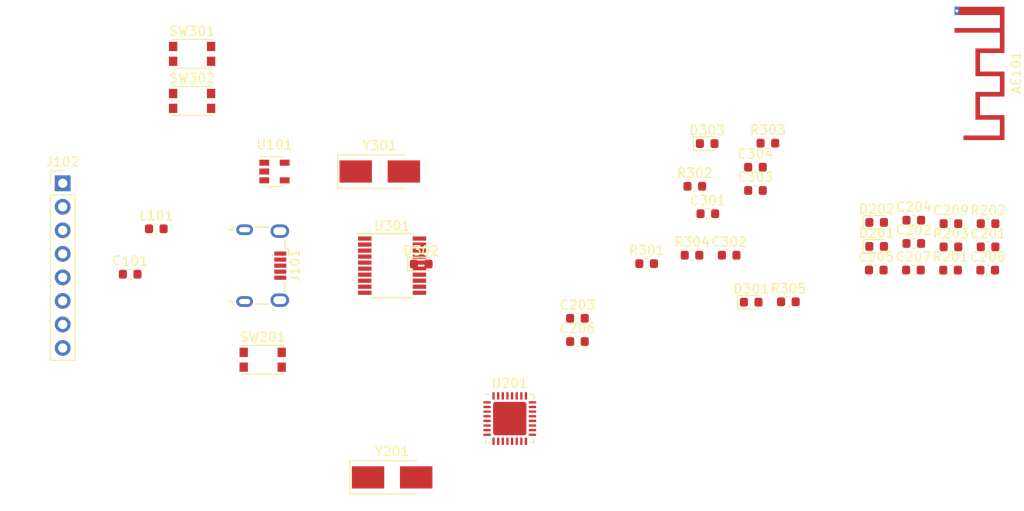
<source format=kicad_pcb>
(kicad_pcb (version 20171130) (host pcbnew 5.1.4-e60b266~84~ubuntu18.04.1)

  (general
    (thickness 1.6)
    (drawings 0)
    (tracks 0)
    (zones 0)
    (modules 39)
    (nets 51)
  )

  (page USLetter)
  (title_block
    (title "BLE Direction Finder Tag")
    (date 2019-11-06)
    (rev A)
    (company "David Lenfesty")
  )

  (layers
    (0 F.Cu signal)
    (31 B.Cu signal)
    (32 B.Adhes user)
    (33 F.Adhes user)
    (34 B.Paste user)
    (35 F.Paste user)
    (36 B.SilkS user)
    (37 F.SilkS user)
    (38 B.Mask user)
    (39 F.Mask user)
    (40 Dwgs.User user)
    (41 Cmts.User user)
    (42 Eco1.User user)
    (43 Eco2.User user)
    (44 Edge.Cuts user)
    (45 Margin user)
    (46 B.CrtYd user)
    (47 F.CrtYd user)
    (48 B.Fab user)
    (49 F.Fab user)
  )

  (setup
    (last_trace_width 0.25)
    (trace_clearance 0.2)
    (zone_clearance 0.508)
    (zone_45_only no)
    (trace_min 0.2)
    (via_size 0.8)
    (via_drill 0.4)
    (via_min_size 0.4)
    (via_min_drill 0.3)
    (uvia_size 0.3)
    (uvia_drill 0.1)
    (uvias_allowed no)
    (uvia_min_size 0.2)
    (uvia_min_drill 0.1)
    (edge_width 0.05)
    (segment_width 0.2)
    (pcb_text_width 0.3)
    (pcb_text_size 1.5 1.5)
    (mod_edge_width 0.12)
    (mod_text_size 1 1)
    (mod_text_width 0.15)
    (pad_size 1.524 1.524)
    (pad_drill 0.762)
    (pad_to_mask_clearance 0.051)
    (solder_mask_min_width 0.25)
    (aux_axis_origin 0 0)
    (visible_elements FFFFFF7F)
    (pcbplotparams
      (layerselection 0x010fc_ffffffff)
      (usegerberextensions false)
      (usegerberattributes false)
      (usegerberadvancedattributes false)
      (creategerberjobfile false)
      (excludeedgelayer true)
      (linewidth 0.100000)
      (plotframeref false)
      (viasonmask false)
      (mode 1)
      (useauxorigin false)
      (hpglpennumber 1)
      (hpglpenspeed 20)
      (hpglpendiameter 15.000000)
      (psnegative false)
      (psa4output false)
      (plotreference true)
      (plotvalue true)
      (plotinvisibletext false)
      (padsonsilk false)
      (subtractmaskfromsilk false)
      (outputformat 1)
      (mirror false)
      (drillshape 1)
      (scaleselection 1)
      (outputdirectory ""))
  )

  (net 0 "")
  (net 1 /BLE_ANT)
  (net 2 GND)
  (net 3 /ANT)
  (net 4 +3V3)
  (net 5 "Net-(C202-Pad1)")
  (net 6 "Net-(C204-Pad1)")
  (net 7 "Net-(C206-Pad2)")
  (net 8 "Net-(C207-Pad2)")
  (net 9 "Net-(C208-Pad2)")
  (net 10 "Net-(C209-Pad2)")
  (net 11 "Net-(C301-Pad1)")
  (net 12 "Net-(C302-Pad1)")
  (net 13 "Net-(D201-Pad1)")
  (net 14 /nRF52811/LED0)
  (net 15 /nRF52811/LED1)
  (net 16 "Net-(D202-Pad1)")
  (net 17 "Net-(D301-Pad1)")
  (net 18 /dap42-programmer/LED0)
  (net 19 /dap42-programmer/LED1)
  (net 20 "Net-(D302-Pad1)")
  (net 21 "Net-(D303-Pad1)")
  (net 22 /dap42-programmer/LED2)
  (net 23 +5V)
  (net 24 /USB_DM)
  (net 25 /USD_DP)
  (net 26 "Net-(J101-Pad4)")
  (net 27 /nRF52811/P0.00)
  (net 28 /nRF52811/P0.01)
  (net 29 /nRF52811/P0.04)
  (net 30 /nRF52811/P0.05)
  (net 31 /nRF52811/P0.28)
  (net 32 /nRF52811/P0.30)
  (net 33 /nRF52811/P0.06)
  (net 34 /nRF52811/P0.09)
  (net 35 /nRF52811/RESET)
  (net 36 "Net-(R301-Pad1)")
  (net 37 "Net-(R302-Pad2)")
  (net 38 "Net-(U101-Pad4)")
  (net 39 "Net-(U201-Pad8)")
  (net 40 "Net-(U201-Pad12)")
  (net 41 "Net-(U201-Pad13)")
  (net 42 "Net-(U201-Pad14)")
  (net 43 /dap42-programmer/TGT_TX)
  (net 44 /nRF52811/SWDCLK)
  (net 45 /nRF52811/SWDIO)
  (net 46 /nRF52811/RX)
  (net 47 "Net-(U201-Pad31)")
  (net 48 /dap42-programmer/TGT_SWO)
  (net 49 "Net-(U301-Pad19)")
  (net 50 "Net-(U301-Pad20)")

  (net_class Default "This is the default net class."
    (clearance 0.2)
    (trace_width 0.25)
    (via_dia 0.8)
    (via_drill 0.4)
    (uvia_dia 0.3)
    (uvia_drill 0.1)
    (add_net /ANT)
    (add_net /USB_DM)
    (add_net /USD_DP)
    (add_net /dap42-programmer/LED0)
    (add_net /dap42-programmer/LED1)
    (add_net /dap42-programmer/LED2)
    (add_net /dap42-programmer/TGT_SWO)
    (add_net /dap42-programmer/TGT_TX)
    (add_net /nRF52811/LED0)
    (add_net /nRF52811/LED1)
    (add_net /nRF52811/P0.00)
    (add_net /nRF52811/P0.01)
    (add_net /nRF52811/P0.04)
    (add_net /nRF52811/P0.05)
    (add_net /nRF52811/P0.06)
    (add_net /nRF52811/P0.09)
    (add_net /nRF52811/P0.28)
    (add_net /nRF52811/P0.30)
    (add_net /nRF52811/RESET)
    (add_net /nRF52811/RX)
    (add_net /nRF52811/SWDCLK)
    (add_net /nRF52811/SWDIO)
    (add_net "Net-(C202-Pad1)")
    (add_net "Net-(C204-Pad1)")
    (add_net "Net-(C206-Pad2)")
    (add_net "Net-(C207-Pad2)")
    (add_net "Net-(C208-Pad2)")
    (add_net "Net-(C209-Pad2)")
    (add_net "Net-(C301-Pad1)")
    (add_net "Net-(C302-Pad1)")
    (add_net "Net-(D201-Pad1)")
    (add_net "Net-(D202-Pad1)")
    (add_net "Net-(D301-Pad1)")
    (add_net "Net-(D302-Pad1)")
    (add_net "Net-(D303-Pad1)")
    (add_net "Net-(J101-Pad4)")
    (add_net "Net-(R301-Pad1)")
    (add_net "Net-(R302-Pad2)")
    (add_net "Net-(U101-Pad4)")
    (add_net "Net-(U201-Pad12)")
    (add_net "Net-(U201-Pad13)")
    (add_net "Net-(U201-Pad14)")
    (add_net "Net-(U201-Pad31)")
    (add_net "Net-(U201-Pad8)")
    (add_net "Net-(U301-Pad19)")
    (add_net "Net-(U301-Pad20)")
  )

  (net_class Power ""
    (clearance 0.2)
    (trace_width 0.381)
    (via_dia 0.8)
    (via_drill 0.4)
    (uvia_dia 0.3)
    (uvia_drill 0.1)
    (add_net +3V3)
    (add_net +5V)
    (add_net GND)
  )

  (net_class RF ""
    (clearance 0.2)
    (trace_width 0.29337)
    (via_dia 0.8)
    (via_drill 0.4)
    (uvia_dia 0.3)
    (uvia_drill 0.1)
    (add_net /BLE_ANT)
  )

  (module Capacitor_SMD:C_0603_1608Metric (layer F.Cu) (tedit 5B301BBE) (tstamp 5DC37482)
    (at 125.395001 110.145001)
    (descr "Capacitor SMD 0603 (1608 Metric), square (rectangular) end terminal, IPC_7351 nominal, (Body size source: http://www.tortai-tech.com/upload/download/2011102023233369053.pdf), generated with kicad-footprint-generator")
    (tags capacitor)
    (path /5DCE2149)
    (attr smd)
    (fp_text reference C101 (at 0 -1.43) (layer F.SilkS)
      (effects (font (size 1 1) (thickness 0.15)))
    )
    (fp_text value 0p8 (at 0 1.43) (layer F.Fab)
      (effects (font (size 1 1) (thickness 0.15)))
    )
    (fp_text user %R (at 0 0) (layer F.Fab)
      (effects (font (size 0.4 0.4) (thickness 0.06)))
    )
    (fp_line (start 1.48 0.73) (end -1.48 0.73) (layer F.CrtYd) (width 0.05))
    (fp_line (start 1.48 -0.73) (end 1.48 0.73) (layer F.CrtYd) (width 0.05))
    (fp_line (start -1.48 -0.73) (end 1.48 -0.73) (layer F.CrtYd) (width 0.05))
    (fp_line (start -1.48 0.73) (end -1.48 -0.73) (layer F.CrtYd) (width 0.05))
    (fp_line (start -0.162779 0.51) (end 0.162779 0.51) (layer F.SilkS) (width 0.12))
    (fp_line (start -0.162779 -0.51) (end 0.162779 -0.51) (layer F.SilkS) (width 0.12))
    (fp_line (start 0.8 0.4) (end -0.8 0.4) (layer F.Fab) (width 0.1))
    (fp_line (start 0.8 -0.4) (end 0.8 0.4) (layer F.Fab) (width 0.1))
    (fp_line (start -0.8 -0.4) (end 0.8 -0.4) (layer F.Fab) (width 0.1))
    (fp_line (start -0.8 0.4) (end -0.8 -0.4) (layer F.Fab) (width 0.1))
    (pad 2 smd roundrect (at 0.7875 0) (size 0.875 0.95) (layers F.Cu F.Paste F.Mask) (roundrect_rratio 0.25)
      (net 2 GND))
    (pad 1 smd roundrect (at -0.7875 0) (size 0.875 0.95) (layers F.Cu F.Paste F.Mask) (roundrect_rratio 0.25)
      (net 3 /ANT))
    (model ${KISYS3DMOD}/Capacitor_SMD.3dshapes/C_0603_1608Metric.wrl
      (at (xyz 0 0 0))
      (scale (xyz 1 1 1))
      (rotate (xyz 0 0 0))
    )
  )

  (module Capacitor_SMD:C_0603_1608Metric (layer F.Cu) (tedit 5B301BBE) (tstamp 5DC37493)
    (at 218.005001 107.195001)
    (descr "Capacitor SMD 0603 (1608 Metric), square (rectangular) end terminal, IPC_7351 nominal, (Body size source: http://www.tortai-tech.com/upload/download/2011102023233369053.pdf), generated with kicad-footprint-generator")
    (tags capacitor)
    (path /5DCA970B/5DCD453E)
    (attr smd)
    (fp_text reference C201 (at 0 -1.43) (layer F.SilkS)
      (effects (font (size 1 1) (thickness 0.15)))
    )
    (fp_text value 4u7 (at 0 1.43) (layer F.Fab)
      (effects (font (size 1 1) (thickness 0.15)))
    )
    (fp_line (start -0.8 0.4) (end -0.8 -0.4) (layer F.Fab) (width 0.1))
    (fp_line (start -0.8 -0.4) (end 0.8 -0.4) (layer F.Fab) (width 0.1))
    (fp_line (start 0.8 -0.4) (end 0.8 0.4) (layer F.Fab) (width 0.1))
    (fp_line (start 0.8 0.4) (end -0.8 0.4) (layer F.Fab) (width 0.1))
    (fp_line (start -0.162779 -0.51) (end 0.162779 -0.51) (layer F.SilkS) (width 0.12))
    (fp_line (start -0.162779 0.51) (end 0.162779 0.51) (layer F.SilkS) (width 0.12))
    (fp_line (start -1.48 0.73) (end -1.48 -0.73) (layer F.CrtYd) (width 0.05))
    (fp_line (start -1.48 -0.73) (end 1.48 -0.73) (layer F.CrtYd) (width 0.05))
    (fp_line (start 1.48 -0.73) (end 1.48 0.73) (layer F.CrtYd) (width 0.05))
    (fp_line (start 1.48 0.73) (end -1.48 0.73) (layer F.CrtYd) (width 0.05))
    (fp_text user %R (at 0 0) (layer F.Fab)
      (effects (font (size 0.4 0.4) (thickness 0.06)))
    )
    (pad 1 smd roundrect (at -0.7875 0) (size 0.875 0.95) (layers F.Cu F.Paste F.Mask) (roundrect_rratio 0.25)
      (net 4 +3V3))
    (pad 2 smd roundrect (at 0.7875 0) (size 0.875 0.95) (layers F.Cu F.Paste F.Mask) (roundrect_rratio 0.25)
      (net 2 GND))
    (model ${KISYS3DMOD}/Capacitor_SMD.3dshapes/C_0603_1608Metric.wrl
      (at (xyz 0 0 0))
      (scale (xyz 1 1 1))
      (rotate (xyz 0 0 0))
    )
  )

  (module Capacitor_SMD:C_0603_1608Metric (layer F.Cu) (tedit 5B301BBE) (tstamp 5DC374A4)
    (at 209.985001 106.825001)
    (descr "Capacitor SMD 0603 (1608 Metric), square (rectangular) end terminal, IPC_7351 nominal, (Body size source: http://www.tortai-tech.com/upload/download/2011102023233369053.pdf), generated with kicad-footprint-generator")
    (tags capacitor)
    (path /5DCA970B/5DCD44F1)
    (attr smd)
    (fp_text reference C202 (at 0 -1.43) (layer F.SilkS)
      (effects (font (size 1 1) (thickness 0.15)))
    )
    (fp_text value 12p (at 0 1.43) (layer F.Fab)
      (effects (font (size 1 1) (thickness 0.15)))
    )
    (fp_line (start -0.8 0.4) (end -0.8 -0.4) (layer F.Fab) (width 0.1))
    (fp_line (start -0.8 -0.4) (end 0.8 -0.4) (layer F.Fab) (width 0.1))
    (fp_line (start 0.8 -0.4) (end 0.8 0.4) (layer F.Fab) (width 0.1))
    (fp_line (start 0.8 0.4) (end -0.8 0.4) (layer F.Fab) (width 0.1))
    (fp_line (start -0.162779 -0.51) (end 0.162779 -0.51) (layer F.SilkS) (width 0.12))
    (fp_line (start -0.162779 0.51) (end 0.162779 0.51) (layer F.SilkS) (width 0.12))
    (fp_line (start -1.48 0.73) (end -1.48 -0.73) (layer F.CrtYd) (width 0.05))
    (fp_line (start -1.48 -0.73) (end 1.48 -0.73) (layer F.CrtYd) (width 0.05))
    (fp_line (start 1.48 -0.73) (end 1.48 0.73) (layer F.CrtYd) (width 0.05))
    (fp_line (start 1.48 0.73) (end -1.48 0.73) (layer F.CrtYd) (width 0.05))
    (fp_text user %R (at 0 0) (layer F.Fab)
      (effects (font (size 0.4 0.4) (thickness 0.06)))
    )
    (pad 1 smd roundrect (at -0.7875 0) (size 0.875 0.95) (layers F.Cu F.Paste F.Mask) (roundrect_rratio 0.25)
      (net 5 "Net-(C202-Pad1)"))
    (pad 2 smd roundrect (at 0.7875 0) (size 0.875 0.95) (layers F.Cu F.Paste F.Mask) (roundrect_rratio 0.25)
      (net 2 GND))
    (model ${KISYS3DMOD}/Capacitor_SMD.3dshapes/C_0603_1608Metric.wrl
      (at (xyz 0 0 0))
      (scale (xyz 1 1 1))
      (rotate (xyz 0 0 0))
    )
  )

  (module Capacitor_SMD:C_0603_1608Metric (layer F.Cu) (tedit 5B301BBE) (tstamp 5DC374B5)
    (at 173.675001 114.905001)
    (descr "Capacitor SMD 0603 (1608 Metric), square (rectangular) end terminal, IPC_7351 nominal, (Body size source: http://www.tortai-tech.com/upload/download/2011102023233369053.pdf), generated with kicad-footprint-generator")
    (tags capacitor)
    (path /5DCA970B/5DCD4544)
    (attr smd)
    (fp_text reference C203 (at 0 -1.43) (layer F.SilkS)
      (effects (font (size 1 1) (thickness 0.15)))
    )
    (fp_text value 100n (at 0 1.43) (layer F.Fab)
      (effects (font (size 1 1) (thickness 0.15)))
    )
    (fp_text user %R (at 0 0) (layer F.Fab)
      (effects (font (size 0.4 0.4) (thickness 0.06)))
    )
    (fp_line (start 1.48 0.73) (end -1.48 0.73) (layer F.CrtYd) (width 0.05))
    (fp_line (start 1.48 -0.73) (end 1.48 0.73) (layer F.CrtYd) (width 0.05))
    (fp_line (start -1.48 -0.73) (end 1.48 -0.73) (layer F.CrtYd) (width 0.05))
    (fp_line (start -1.48 0.73) (end -1.48 -0.73) (layer F.CrtYd) (width 0.05))
    (fp_line (start -0.162779 0.51) (end 0.162779 0.51) (layer F.SilkS) (width 0.12))
    (fp_line (start -0.162779 -0.51) (end 0.162779 -0.51) (layer F.SilkS) (width 0.12))
    (fp_line (start 0.8 0.4) (end -0.8 0.4) (layer F.Fab) (width 0.1))
    (fp_line (start 0.8 -0.4) (end 0.8 0.4) (layer F.Fab) (width 0.1))
    (fp_line (start -0.8 -0.4) (end 0.8 -0.4) (layer F.Fab) (width 0.1))
    (fp_line (start -0.8 0.4) (end -0.8 -0.4) (layer F.Fab) (width 0.1))
    (pad 2 smd roundrect (at 0.7875 0) (size 0.875 0.95) (layers F.Cu F.Paste F.Mask) (roundrect_rratio 0.25)
      (net 2 GND))
    (pad 1 smd roundrect (at -0.7875 0) (size 0.875 0.95) (layers F.Cu F.Paste F.Mask) (roundrect_rratio 0.25)
      (net 4 +3V3))
    (model ${KISYS3DMOD}/Capacitor_SMD.3dshapes/C_0603_1608Metric.wrl
      (at (xyz 0 0 0))
      (scale (xyz 1 1 1))
      (rotate (xyz 0 0 0))
    )
  )

  (module Capacitor_SMD:C_0603_1608Metric (layer F.Cu) (tedit 5B301BBE) (tstamp 5DC374C6)
    (at 209.985001 104.315001)
    (descr "Capacitor SMD 0603 (1608 Metric), square (rectangular) end terminal, IPC_7351 nominal, (Body size source: http://www.tortai-tech.com/upload/download/2011102023233369053.pdf), generated with kicad-footprint-generator")
    (tags capacitor)
    (path /5DCA970B/5DCD44F7)
    (attr smd)
    (fp_text reference C204 (at 0 -1.43) (layer F.SilkS)
      (effects (font (size 1 1) (thickness 0.15)))
    )
    (fp_text value 12p (at 0 1.43) (layer F.Fab)
      (effects (font (size 1 1) (thickness 0.15)))
    )
    (fp_text user %R (at 0 0) (layer F.Fab)
      (effects (font (size 0.4 0.4) (thickness 0.06)))
    )
    (fp_line (start 1.48 0.73) (end -1.48 0.73) (layer F.CrtYd) (width 0.05))
    (fp_line (start 1.48 -0.73) (end 1.48 0.73) (layer F.CrtYd) (width 0.05))
    (fp_line (start -1.48 -0.73) (end 1.48 -0.73) (layer F.CrtYd) (width 0.05))
    (fp_line (start -1.48 0.73) (end -1.48 -0.73) (layer F.CrtYd) (width 0.05))
    (fp_line (start -0.162779 0.51) (end 0.162779 0.51) (layer F.SilkS) (width 0.12))
    (fp_line (start -0.162779 -0.51) (end 0.162779 -0.51) (layer F.SilkS) (width 0.12))
    (fp_line (start 0.8 0.4) (end -0.8 0.4) (layer F.Fab) (width 0.1))
    (fp_line (start 0.8 -0.4) (end 0.8 0.4) (layer F.Fab) (width 0.1))
    (fp_line (start -0.8 -0.4) (end 0.8 -0.4) (layer F.Fab) (width 0.1))
    (fp_line (start -0.8 0.4) (end -0.8 -0.4) (layer F.Fab) (width 0.1))
    (pad 2 smd roundrect (at 0.7875 0) (size 0.875 0.95) (layers F.Cu F.Paste F.Mask) (roundrect_rratio 0.25)
      (net 2 GND))
    (pad 1 smd roundrect (at -0.7875 0) (size 0.875 0.95) (layers F.Cu F.Paste F.Mask) (roundrect_rratio 0.25)
      (net 6 "Net-(C204-Pad1)"))
    (model ${KISYS3DMOD}/Capacitor_SMD.3dshapes/C_0603_1608Metric.wrl
      (at (xyz 0 0 0))
      (scale (xyz 1 1 1))
      (rotate (xyz 0 0 0))
    )
  )

  (module Capacitor_SMD:C_0603_1608Metric (layer F.Cu) (tedit 5B301BBE) (tstamp 5DC374D7)
    (at 205.935001 109.695001)
    (descr "Capacitor SMD 0603 (1608 Metric), square (rectangular) end terminal, IPC_7351 nominal, (Body size source: http://www.tortai-tech.com/upload/download/2011102023233369053.pdf), generated with kicad-footprint-generator")
    (tags capacitor)
    (path /5DCA970B/5DCD454A)
    (attr smd)
    (fp_text reference C205 (at 0 -1.43) (layer F.SilkS)
      (effects (font (size 1 1) (thickness 0.15)))
    )
    (fp_text value 100n (at 0 1.43) (layer F.Fab)
      (effects (font (size 1 1) (thickness 0.15)))
    )
    (fp_text user %R (at 0 0) (layer F.Fab)
      (effects (font (size 0.4 0.4) (thickness 0.06)))
    )
    (fp_line (start 1.48 0.73) (end -1.48 0.73) (layer F.CrtYd) (width 0.05))
    (fp_line (start 1.48 -0.73) (end 1.48 0.73) (layer F.CrtYd) (width 0.05))
    (fp_line (start -1.48 -0.73) (end 1.48 -0.73) (layer F.CrtYd) (width 0.05))
    (fp_line (start -1.48 0.73) (end -1.48 -0.73) (layer F.CrtYd) (width 0.05))
    (fp_line (start -0.162779 0.51) (end 0.162779 0.51) (layer F.SilkS) (width 0.12))
    (fp_line (start -0.162779 -0.51) (end 0.162779 -0.51) (layer F.SilkS) (width 0.12))
    (fp_line (start 0.8 0.4) (end -0.8 0.4) (layer F.Fab) (width 0.1))
    (fp_line (start 0.8 -0.4) (end 0.8 0.4) (layer F.Fab) (width 0.1))
    (fp_line (start -0.8 -0.4) (end 0.8 -0.4) (layer F.Fab) (width 0.1))
    (fp_line (start -0.8 0.4) (end -0.8 -0.4) (layer F.Fab) (width 0.1))
    (pad 2 smd roundrect (at 0.7875 0) (size 0.875 0.95) (layers F.Cu F.Paste F.Mask) (roundrect_rratio 0.25)
      (net 2 GND))
    (pad 1 smd roundrect (at -0.7875 0) (size 0.875 0.95) (layers F.Cu F.Paste F.Mask) (roundrect_rratio 0.25)
      (net 4 +3V3))
    (model ${KISYS3DMOD}/Capacitor_SMD.3dshapes/C_0603_1608Metric.wrl
      (at (xyz 0 0 0))
      (scale (xyz 1 1 1))
      (rotate (xyz 0 0 0))
    )
  )

  (module Capacitor_SMD:C_0603_1608Metric (layer F.Cu) (tedit 5B301BBE) (tstamp 5DC374E8)
    (at 173.675001 117.415001)
    (descr "Capacitor SMD 0603 (1608 Metric), square (rectangular) end terminal, IPC_7351 nominal, (Body size source: http://www.tortai-tech.com/upload/download/2011102023233369053.pdf), generated with kicad-footprint-generator")
    (tags capacitor)
    (path /5DCA970B/5DCD4508)
    (attr smd)
    (fp_text reference C206 (at 0 -1.43) (layer F.SilkS)
      (effects (font (size 1 1) (thickness 0.15)))
    )
    (fp_text value 1u (at 0 1.43) (layer F.Fab)
      (effects (font (size 1 1) (thickness 0.15)))
    )
    (fp_line (start -0.8 0.4) (end -0.8 -0.4) (layer F.Fab) (width 0.1))
    (fp_line (start -0.8 -0.4) (end 0.8 -0.4) (layer F.Fab) (width 0.1))
    (fp_line (start 0.8 -0.4) (end 0.8 0.4) (layer F.Fab) (width 0.1))
    (fp_line (start 0.8 0.4) (end -0.8 0.4) (layer F.Fab) (width 0.1))
    (fp_line (start -0.162779 -0.51) (end 0.162779 -0.51) (layer F.SilkS) (width 0.12))
    (fp_line (start -0.162779 0.51) (end 0.162779 0.51) (layer F.SilkS) (width 0.12))
    (fp_line (start -1.48 0.73) (end -1.48 -0.73) (layer F.CrtYd) (width 0.05))
    (fp_line (start -1.48 -0.73) (end 1.48 -0.73) (layer F.CrtYd) (width 0.05))
    (fp_line (start 1.48 -0.73) (end 1.48 0.73) (layer F.CrtYd) (width 0.05))
    (fp_line (start 1.48 0.73) (end -1.48 0.73) (layer F.CrtYd) (width 0.05))
    (fp_text user %R (at 0 0) (layer F.Fab)
      (effects (font (size 0.4 0.4) (thickness 0.06)))
    )
    (pad 1 smd roundrect (at -0.7875 0) (size 0.875 0.95) (layers F.Cu F.Paste F.Mask) (roundrect_rratio 0.25)
      (net 2 GND))
    (pad 2 smd roundrect (at 0.7875 0) (size 0.875 0.95) (layers F.Cu F.Paste F.Mask) (roundrect_rratio 0.25)
      (net 7 "Net-(C206-Pad2)"))
    (model ${KISYS3DMOD}/Capacitor_SMD.3dshapes/C_0603_1608Metric.wrl
      (at (xyz 0 0 0))
      (scale (xyz 1 1 1))
      (rotate (xyz 0 0 0))
    )
  )

  (module Capacitor_SMD:C_0603_1608Metric (layer F.Cu) (tedit 5B301BBE) (tstamp 5DC374F9)
    (at 209.945001 109.695001)
    (descr "Capacitor SMD 0603 (1608 Metric), square (rectangular) end terminal, IPC_7351 nominal, (Body size source: http://www.tortai-tech.com/upload/download/2011102023233369053.pdf), generated with kicad-footprint-generator")
    (tags capacitor)
    (path /5DCA970B/5DCD450E)
    (attr smd)
    (fp_text reference C207 (at 0 -1.43) (layer F.SilkS)
      (effects (font (size 1 1) (thickness 0.15)))
    )
    (fp_text value 100p (at 0 1.43) (layer F.Fab)
      (effects (font (size 1 1) (thickness 0.15)))
    )
    (fp_text user %R (at 0 0) (layer F.Fab)
      (effects (font (size 0.4 0.4) (thickness 0.06)))
    )
    (fp_line (start 1.48 0.73) (end -1.48 0.73) (layer F.CrtYd) (width 0.05))
    (fp_line (start 1.48 -0.73) (end 1.48 0.73) (layer F.CrtYd) (width 0.05))
    (fp_line (start -1.48 -0.73) (end 1.48 -0.73) (layer F.CrtYd) (width 0.05))
    (fp_line (start -1.48 0.73) (end -1.48 -0.73) (layer F.CrtYd) (width 0.05))
    (fp_line (start -0.162779 0.51) (end 0.162779 0.51) (layer F.SilkS) (width 0.12))
    (fp_line (start -0.162779 -0.51) (end 0.162779 -0.51) (layer F.SilkS) (width 0.12))
    (fp_line (start 0.8 0.4) (end -0.8 0.4) (layer F.Fab) (width 0.1))
    (fp_line (start 0.8 -0.4) (end 0.8 0.4) (layer F.Fab) (width 0.1))
    (fp_line (start -0.8 -0.4) (end 0.8 -0.4) (layer F.Fab) (width 0.1))
    (fp_line (start -0.8 0.4) (end -0.8 -0.4) (layer F.Fab) (width 0.1))
    (pad 2 smd roundrect (at 0.7875 0) (size 0.875 0.95) (layers F.Cu F.Paste F.Mask) (roundrect_rratio 0.25)
      (net 8 "Net-(C207-Pad2)"))
    (pad 1 smd roundrect (at -0.7875 0) (size 0.875 0.95) (layers F.Cu F.Paste F.Mask) (roundrect_rratio 0.25)
      (net 2 GND))
    (model ${KISYS3DMOD}/Capacitor_SMD.3dshapes/C_0603_1608Metric.wrl
      (at (xyz 0 0 0))
      (scale (xyz 1 1 1))
      (rotate (xyz 0 0 0))
    )
  )

  (module Capacitor_SMD:C_0603_1608Metric (layer F.Cu) (tedit 5B301BBE) (tstamp 5DC3750A)
    (at 217.965001 109.705001)
    (descr "Capacitor SMD 0603 (1608 Metric), square (rectangular) end terminal, IPC_7351 nominal, (Body size source: http://www.tortai-tech.com/upload/download/2011102023233369053.pdf), generated with kicad-footprint-generator")
    (tags capacitor)
    (path /5DCA970B/5DCD4514)
    (attr smd)
    (fp_text reference C208 (at 0 -1.43) (layer F.SilkS)
      (effects (font (size 1 1) (thickness 0.15)))
    )
    (fp_text value NC (at 0 1.43) (layer F.Fab)
      (effects (font (size 1 1) (thickness 0.15)))
    )
    (fp_line (start -0.8 0.4) (end -0.8 -0.4) (layer F.Fab) (width 0.1))
    (fp_line (start -0.8 -0.4) (end 0.8 -0.4) (layer F.Fab) (width 0.1))
    (fp_line (start 0.8 -0.4) (end 0.8 0.4) (layer F.Fab) (width 0.1))
    (fp_line (start 0.8 0.4) (end -0.8 0.4) (layer F.Fab) (width 0.1))
    (fp_line (start -0.162779 -0.51) (end 0.162779 -0.51) (layer F.SilkS) (width 0.12))
    (fp_line (start -0.162779 0.51) (end 0.162779 0.51) (layer F.SilkS) (width 0.12))
    (fp_line (start -1.48 0.73) (end -1.48 -0.73) (layer F.CrtYd) (width 0.05))
    (fp_line (start -1.48 -0.73) (end 1.48 -0.73) (layer F.CrtYd) (width 0.05))
    (fp_line (start 1.48 -0.73) (end 1.48 0.73) (layer F.CrtYd) (width 0.05))
    (fp_line (start 1.48 0.73) (end -1.48 0.73) (layer F.CrtYd) (width 0.05))
    (fp_text user %R (at 0 0) (layer F.Fab)
      (effects (font (size 0.4 0.4) (thickness 0.06)))
    )
    (pad 1 smd roundrect (at -0.7875 0) (size 0.875 0.95) (layers F.Cu F.Paste F.Mask) (roundrect_rratio 0.25)
      (net 2 GND))
    (pad 2 smd roundrect (at 0.7875 0) (size 0.875 0.95) (layers F.Cu F.Paste F.Mask) (roundrect_rratio 0.25)
      (net 9 "Net-(C208-Pad2)"))
    (model ${KISYS3DMOD}/Capacitor_SMD.3dshapes/C_0603_1608Metric.wrl
      (at (xyz 0 0 0))
      (scale (xyz 1 1 1))
      (rotate (xyz 0 0 0))
    )
  )

  (module Capacitor_SMD:C_0603_1608Metric (layer F.Cu) (tedit 5B301BBE) (tstamp 5DC3751B)
    (at 213.995001 104.685001)
    (descr "Capacitor SMD 0603 (1608 Metric), square (rectangular) end terminal, IPC_7351 nominal, (Body size source: http://www.tortai-tech.com/upload/download/2011102023233369053.pdf), generated with kicad-footprint-generator")
    (tags capacitor)
    (path /5DCA970B/5DCD451A)
    (attr smd)
    (fp_text reference C209 (at 0 -1.43) (layer F.SilkS)
      (effects (font (size 1 1) (thickness 0.15)))
    )
    (fp_text value 100n (at 0 1.43) (layer F.Fab)
      (effects (font (size 1 1) (thickness 0.15)))
    )
    (fp_text user %R (at 0 0) (layer F.Fab)
      (effects (font (size 0.4 0.4) (thickness 0.06)))
    )
    (fp_line (start 1.48 0.73) (end -1.48 0.73) (layer F.CrtYd) (width 0.05))
    (fp_line (start 1.48 -0.73) (end 1.48 0.73) (layer F.CrtYd) (width 0.05))
    (fp_line (start -1.48 -0.73) (end 1.48 -0.73) (layer F.CrtYd) (width 0.05))
    (fp_line (start -1.48 0.73) (end -1.48 -0.73) (layer F.CrtYd) (width 0.05))
    (fp_line (start -0.162779 0.51) (end 0.162779 0.51) (layer F.SilkS) (width 0.12))
    (fp_line (start -0.162779 -0.51) (end 0.162779 -0.51) (layer F.SilkS) (width 0.12))
    (fp_line (start 0.8 0.4) (end -0.8 0.4) (layer F.Fab) (width 0.1))
    (fp_line (start 0.8 -0.4) (end 0.8 0.4) (layer F.Fab) (width 0.1))
    (fp_line (start -0.8 -0.4) (end 0.8 -0.4) (layer F.Fab) (width 0.1))
    (fp_line (start -0.8 0.4) (end -0.8 -0.4) (layer F.Fab) (width 0.1))
    (pad 2 smd roundrect (at 0.7875 0) (size 0.875 0.95) (layers F.Cu F.Paste F.Mask) (roundrect_rratio 0.25)
      (net 10 "Net-(C209-Pad2)"))
    (pad 1 smd roundrect (at -0.7875 0) (size 0.875 0.95) (layers F.Cu F.Paste F.Mask) (roundrect_rratio 0.25)
      (net 2 GND))
    (model ${KISYS3DMOD}/Capacitor_SMD.3dshapes/C_0603_1608Metric.wrl
      (at (xyz 0 0 0))
      (scale (xyz 1 1 1))
      (rotate (xyz 0 0 0))
    )
  )

  (module Capacitor_SMD:C_0603_1608Metric (layer F.Cu) (tedit 5B301BBE) (tstamp 5DC3752C)
    (at 187.755001 103.615001)
    (descr "Capacitor SMD 0603 (1608 Metric), square (rectangular) end terminal, IPC_7351 nominal, (Body size source: http://www.tortai-tech.com/upload/download/2011102023233369053.pdf), generated with kicad-footprint-generator")
    (tags capacitor)
    (path /5DCA89B5/5DCB4295)
    (attr smd)
    (fp_text reference C301 (at 0 -1.43) (layer F.SilkS)
      (effects (font (size 1 1) (thickness 0.15)))
    )
    (fp_text value 12p (at 0 1.43) (layer F.Fab)
      (effects (font (size 1 1) (thickness 0.15)))
    )
    (fp_line (start -0.8 0.4) (end -0.8 -0.4) (layer F.Fab) (width 0.1))
    (fp_line (start -0.8 -0.4) (end 0.8 -0.4) (layer F.Fab) (width 0.1))
    (fp_line (start 0.8 -0.4) (end 0.8 0.4) (layer F.Fab) (width 0.1))
    (fp_line (start 0.8 0.4) (end -0.8 0.4) (layer F.Fab) (width 0.1))
    (fp_line (start -0.162779 -0.51) (end 0.162779 -0.51) (layer F.SilkS) (width 0.12))
    (fp_line (start -0.162779 0.51) (end 0.162779 0.51) (layer F.SilkS) (width 0.12))
    (fp_line (start -1.48 0.73) (end -1.48 -0.73) (layer F.CrtYd) (width 0.05))
    (fp_line (start -1.48 -0.73) (end 1.48 -0.73) (layer F.CrtYd) (width 0.05))
    (fp_line (start 1.48 -0.73) (end 1.48 0.73) (layer F.CrtYd) (width 0.05))
    (fp_line (start 1.48 0.73) (end -1.48 0.73) (layer F.CrtYd) (width 0.05))
    (fp_text user %R (at 0 0) (layer F.Fab)
      (effects (font (size 0.4 0.4) (thickness 0.06)))
    )
    (pad 1 smd roundrect (at -0.7875 0) (size 0.875 0.95) (layers F.Cu F.Paste F.Mask) (roundrect_rratio 0.25)
      (net 11 "Net-(C301-Pad1)"))
    (pad 2 smd roundrect (at 0.7875 0) (size 0.875 0.95) (layers F.Cu F.Paste F.Mask) (roundrect_rratio 0.25)
      (net 2 GND))
    (model ${KISYS3DMOD}/Capacitor_SMD.3dshapes/C_0603_1608Metric.wrl
      (at (xyz 0 0 0))
      (scale (xyz 1 1 1))
      (rotate (xyz 0 0 0))
    )
  )

  (module Capacitor_SMD:C_0603_1608Metric (layer F.Cu) (tedit 5B301BBE) (tstamp 5DC3753D)
    (at 190.055001 108.095001)
    (descr "Capacitor SMD 0603 (1608 Metric), square (rectangular) end terminal, IPC_7351 nominal, (Body size source: http://www.tortai-tech.com/upload/download/2011102023233369053.pdf), generated with kicad-footprint-generator")
    (tags capacitor)
    (path /5DCA89B5/5DCB429B)
    (attr smd)
    (fp_text reference C302 (at 0 -1.43) (layer F.SilkS)
      (effects (font (size 1 1) (thickness 0.15)))
    )
    (fp_text value 12p (at 0 1.43) (layer F.Fab)
      (effects (font (size 1 1) (thickness 0.15)))
    )
    (fp_text user %R (at 0 0) (layer F.Fab)
      (effects (font (size 0.4 0.4) (thickness 0.06)))
    )
    (fp_line (start 1.48 0.73) (end -1.48 0.73) (layer F.CrtYd) (width 0.05))
    (fp_line (start 1.48 -0.73) (end 1.48 0.73) (layer F.CrtYd) (width 0.05))
    (fp_line (start -1.48 -0.73) (end 1.48 -0.73) (layer F.CrtYd) (width 0.05))
    (fp_line (start -1.48 0.73) (end -1.48 -0.73) (layer F.CrtYd) (width 0.05))
    (fp_line (start -0.162779 0.51) (end 0.162779 0.51) (layer F.SilkS) (width 0.12))
    (fp_line (start -0.162779 -0.51) (end 0.162779 -0.51) (layer F.SilkS) (width 0.12))
    (fp_line (start 0.8 0.4) (end -0.8 0.4) (layer F.Fab) (width 0.1))
    (fp_line (start 0.8 -0.4) (end 0.8 0.4) (layer F.Fab) (width 0.1))
    (fp_line (start -0.8 -0.4) (end 0.8 -0.4) (layer F.Fab) (width 0.1))
    (fp_line (start -0.8 0.4) (end -0.8 -0.4) (layer F.Fab) (width 0.1))
    (pad 2 smd roundrect (at 0.7875 0) (size 0.875 0.95) (layers F.Cu F.Paste F.Mask) (roundrect_rratio 0.25)
      (net 2 GND))
    (pad 1 smd roundrect (at -0.7875 0) (size 0.875 0.95) (layers F.Cu F.Paste F.Mask) (roundrect_rratio 0.25)
      (net 12 "Net-(C302-Pad1)"))
    (model ${KISYS3DMOD}/Capacitor_SMD.3dshapes/C_0603_1608Metric.wrl
      (at (xyz 0 0 0))
      (scale (xyz 1 1 1))
      (rotate (xyz 0 0 0))
    )
  )

  (module Capacitor_SMD:C_0603_1608Metric (layer F.Cu) (tedit 5B301BBE) (tstamp 5DC3754E)
    (at 192.895001 101.105001)
    (descr "Capacitor SMD 0603 (1608 Metric), square (rectangular) end terminal, IPC_7351 nominal, (Body size source: http://www.tortai-tech.com/upload/download/2011102023233369053.pdf), generated with kicad-footprint-generator")
    (tags capacitor)
    (path /5DCA89B5/5DD0F660)
    (attr smd)
    (fp_text reference C303 (at 0 -1.43) (layer F.SilkS)
      (effects (font (size 1 1) (thickness 0.15)))
    )
    (fp_text value 0u1 (at 0 1.43) (layer F.Fab)
      (effects (font (size 1 1) (thickness 0.15)))
    )
    (fp_line (start -0.8 0.4) (end -0.8 -0.4) (layer F.Fab) (width 0.1))
    (fp_line (start -0.8 -0.4) (end 0.8 -0.4) (layer F.Fab) (width 0.1))
    (fp_line (start 0.8 -0.4) (end 0.8 0.4) (layer F.Fab) (width 0.1))
    (fp_line (start 0.8 0.4) (end -0.8 0.4) (layer F.Fab) (width 0.1))
    (fp_line (start -0.162779 -0.51) (end 0.162779 -0.51) (layer F.SilkS) (width 0.12))
    (fp_line (start -0.162779 0.51) (end 0.162779 0.51) (layer F.SilkS) (width 0.12))
    (fp_line (start -1.48 0.73) (end -1.48 -0.73) (layer F.CrtYd) (width 0.05))
    (fp_line (start -1.48 -0.73) (end 1.48 -0.73) (layer F.CrtYd) (width 0.05))
    (fp_line (start 1.48 -0.73) (end 1.48 0.73) (layer F.CrtYd) (width 0.05))
    (fp_line (start 1.48 0.73) (end -1.48 0.73) (layer F.CrtYd) (width 0.05))
    (fp_text user %R (at 0 0) (layer F.Fab)
      (effects (font (size 0.4 0.4) (thickness 0.06)))
    )
    (pad 1 smd roundrect (at -0.7875 0) (size 0.875 0.95) (layers F.Cu F.Paste F.Mask) (roundrect_rratio 0.25)
      (net 4 +3V3))
    (pad 2 smd roundrect (at 0.7875 0) (size 0.875 0.95) (layers F.Cu F.Paste F.Mask) (roundrect_rratio 0.25)
      (net 2 GND))
    (model ${KISYS3DMOD}/Capacitor_SMD.3dshapes/C_0603_1608Metric.wrl
      (at (xyz 0 0 0))
      (scale (xyz 1 1 1))
      (rotate (xyz 0 0 0))
    )
  )

  (module Capacitor_SMD:C_0603_1608Metric (layer F.Cu) (tedit 5B301BBE) (tstamp 5DC3755F)
    (at 192.895001 98.595001)
    (descr "Capacitor SMD 0603 (1608 Metric), square (rectangular) end terminal, IPC_7351 nominal, (Body size source: http://www.tortai-tech.com/upload/download/2011102023233369053.pdf), generated with kicad-footprint-generator")
    (tags capacitor)
    (path /5DCA89B5/5DD0FAFB)
    (attr smd)
    (fp_text reference C304 (at 0 -1.43) (layer F.SilkS)
      (effects (font (size 1 1) (thickness 0.15)))
    )
    (fp_text value 0u1 (at 0 1.43) (layer F.Fab)
      (effects (font (size 1 1) (thickness 0.15)))
    )
    (fp_line (start -0.8 0.4) (end -0.8 -0.4) (layer F.Fab) (width 0.1))
    (fp_line (start -0.8 -0.4) (end 0.8 -0.4) (layer F.Fab) (width 0.1))
    (fp_line (start 0.8 -0.4) (end 0.8 0.4) (layer F.Fab) (width 0.1))
    (fp_line (start 0.8 0.4) (end -0.8 0.4) (layer F.Fab) (width 0.1))
    (fp_line (start -0.162779 -0.51) (end 0.162779 -0.51) (layer F.SilkS) (width 0.12))
    (fp_line (start -0.162779 0.51) (end 0.162779 0.51) (layer F.SilkS) (width 0.12))
    (fp_line (start -1.48 0.73) (end -1.48 -0.73) (layer F.CrtYd) (width 0.05))
    (fp_line (start -1.48 -0.73) (end 1.48 -0.73) (layer F.CrtYd) (width 0.05))
    (fp_line (start 1.48 -0.73) (end 1.48 0.73) (layer F.CrtYd) (width 0.05))
    (fp_line (start 1.48 0.73) (end -1.48 0.73) (layer F.CrtYd) (width 0.05))
    (fp_text user %R (at 0 0) (layer F.Fab)
      (effects (font (size 0.4 0.4) (thickness 0.06)))
    )
    (pad 1 smd roundrect (at -0.7875 0) (size 0.875 0.95) (layers F.Cu F.Paste F.Mask) (roundrect_rratio 0.25)
      (net 4 +3V3))
    (pad 2 smd roundrect (at 0.7875 0) (size 0.875 0.95) (layers F.Cu F.Paste F.Mask) (roundrect_rratio 0.25)
      (net 2 GND))
    (model ${KISYS3DMOD}/Capacitor_SMD.3dshapes/C_0603_1608Metric.wrl
      (at (xyz 0 0 0))
      (scale (xyz 1 1 1))
      (rotate (xyz 0 0 0))
    )
  )

  (module LED_SMD:LED_0603_1608Metric (layer F.Cu) (tedit 5B301BBE) (tstamp 5DC37572)
    (at 205.975001 107.145001)
    (descr "LED SMD 0603 (1608 Metric), square (rectangular) end terminal, IPC_7351 nominal, (Body size source: http://www.tortai-tech.com/upload/download/2011102023233369053.pdf), generated with kicad-footprint-generator")
    (tags diode)
    (path /5DCA970B/5DD8ABA8)
    (attr smd)
    (fp_text reference D201 (at 0 -1.43) (layer F.SilkS)
      (effects (font (size 1 1) (thickness 0.15)))
    )
    (fp_text value LED (at 0 1.43) (layer F.Fab)
      (effects (font (size 1 1) (thickness 0.15)))
    )
    (fp_line (start 0.8 -0.4) (end -0.5 -0.4) (layer F.Fab) (width 0.1))
    (fp_line (start -0.5 -0.4) (end -0.8 -0.1) (layer F.Fab) (width 0.1))
    (fp_line (start -0.8 -0.1) (end -0.8 0.4) (layer F.Fab) (width 0.1))
    (fp_line (start -0.8 0.4) (end 0.8 0.4) (layer F.Fab) (width 0.1))
    (fp_line (start 0.8 0.4) (end 0.8 -0.4) (layer F.Fab) (width 0.1))
    (fp_line (start 0.8 -0.735) (end -1.485 -0.735) (layer F.SilkS) (width 0.12))
    (fp_line (start -1.485 -0.735) (end -1.485 0.735) (layer F.SilkS) (width 0.12))
    (fp_line (start -1.485 0.735) (end 0.8 0.735) (layer F.SilkS) (width 0.12))
    (fp_line (start -1.48 0.73) (end -1.48 -0.73) (layer F.CrtYd) (width 0.05))
    (fp_line (start -1.48 -0.73) (end 1.48 -0.73) (layer F.CrtYd) (width 0.05))
    (fp_line (start 1.48 -0.73) (end 1.48 0.73) (layer F.CrtYd) (width 0.05))
    (fp_line (start 1.48 0.73) (end -1.48 0.73) (layer F.CrtYd) (width 0.05))
    (fp_text user %R (at 0 0) (layer F.Fab)
      (effects (font (size 0.4 0.4) (thickness 0.06)))
    )
    (pad 1 smd roundrect (at -0.7875 0) (size 0.875 0.95) (layers F.Cu F.Paste F.Mask) (roundrect_rratio 0.25)
      (net 13 "Net-(D201-Pad1)"))
    (pad 2 smd roundrect (at 0.7875 0) (size 0.875 0.95) (layers F.Cu F.Paste F.Mask) (roundrect_rratio 0.25)
      (net 14 /nRF52811/LED0))
    (model ${KISYS3DMOD}/LED_SMD.3dshapes/LED_0603_1608Metric.wrl
      (at (xyz 0 0 0))
      (scale (xyz 1 1 1))
      (rotate (xyz 0 0 0))
    )
  )

  (module LED_SMD:LED_0603_1608Metric (layer F.Cu) (tedit 5B301BBE) (tstamp 5DC37585)
    (at 205.975001 104.555001)
    (descr "LED SMD 0603 (1608 Metric), square (rectangular) end terminal, IPC_7351 nominal, (Body size source: http://www.tortai-tech.com/upload/download/2011102023233369053.pdf), generated with kicad-footprint-generator")
    (tags diode)
    (path /5DCA970B/5DD8B03E)
    (attr smd)
    (fp_text reference D202 (at 0 -1.43) (layer F.SilkS)
      (effects (font (size 1 1) (thickness 0.15)))
    )
    (fp_text value LED (at 0 1.43) (layer F.Fab)
      (effects (font (size 1 1) (thickness 0.15)))
    )
    (fp_text user %R (at 0 0) (layer F.Fab)
      (effects (font (size 0.4 0.4) (thickness 0.06)))
    )
    (fp_line (start 1.48 0.73) (end -1.48 0.73) (layer F.CrtYd) (width 0.05))
    (fp_line (start 1.48 -0.73) (end 1.48 0.73) (layer F.CrtYd) (width 0.05))
    (fp_line (start -1.48 -0.73) (end 1.48 -0.73) (layer F.CrtYd) (width 0.05))
    (fp_line (start -1.48 0.73) (end -1.48 -0.73) (layer F.CrtYd) (width 0.05))
    (fp_line (start -1.485 0.735) (end 0.8 0.735) (layer F.SilkS) (width 0.12))
    (fp_line (start -1.485 -0.735) (end -1.485 0.735) (layer F.SilkS) (width 0.12))
    (fp_line (start 0.8 -0.735) (end -1.485 -0.735) (layer F.SilkS) (width 0.12))
    (fp_line (start 0.8 0.4) (end 0.8 -0.4) (layer F.Fab) (width 0.1))
    (fp_line (start -0.8 0.4) (end 0.8 0.4) (layer F.Fab) (width 0.1))
    (fp_line (start -0.8 -0.1) (end -0.8 0.4) (layer F.Fab) (width 0.1))
    (fp_line (start -0.5 -0.4) (end -0.8 -0.1) (layer F.Fab) (width 0.1))
    (fp_line (start 0.8 -0.4) (end -0.5 -0.4) (layer F.Fab) (width 0.1))
    (pad 2 smd roundrect (at 0.7875 0) (size 0.875 0.95) (layers F.Cu F.Paste F.Mask) (roundrect_rratio 0.25)
      (net 15 /nRF52811/LED1))
    (pad 1 smd roundrect (at -0.7875 0) (size 0.875 0.95) (layers F.Cu F.Paste F.Mask) (roundrect_rratio 0.25)
      (net 16 "Net-(D202-Pad1)"))
    (model ${KISYS3DMOD}/LED_SMD.3dshapes/LED_0603_1608Metric.wrl
      (at (xyz 0 0 0))
      (scale (xyz 1 1 1))
      (rotate (xyz 0 0 0))
    )
  )

  (module LED_SMD:LED_0603_1608Metric (layer F.Cu) (tedit 5B301BBE) (tstamp 5DC37598)
    (at 192.435001 113.165001)
    (descr "LED SMD 0603 (1608 Metric), square (rectangular) end terminal, IPC_7351 nominal, (Body size source: http://www.tortai-tech.com/upload/download/2011102023233369053.pdf), generated with kicad-footprint-generator")
    (tags diode)
    (path /5DCA89B5/5DCF9088)
    (attr smd)
    (fp_text reference D301 (at 0 -1.43) (layer F.SilkS)
      (effects (font (size 1 1) (thickness 0.15)))
    )
    (fp_text value LED (at 0 1.43) (layer F.Fab)
      (effects (font (size 1 1) (thickness 0.15)))
    )
    (fp_line (start 0.8 -0.4) (end -0.5 -0.4) (layer F.Fab) (width 0.1))
    (fp_line (start -0.5 -0.4) (end -0.8 -0.1) (layer F.Fab) (width 0.1))
    (fp_line (start -0.8 -0.1) (end -0.8 0.4) (layer F.Fab) (width 0.1))
    (fp_line (start -0.8 0.4) (end 0.8 0.4) (layer F.Fab) (width 0.1))
    (fp_line (start 0.8 0.4) (end 0.8 -0.4) (layer F.Fab) (width 0.1))
    (fp_line (start 0.8 -0.735) (end -1.485 -0.735) (layer F.SilkS) (width 0.12))
    (fp_line (start -1.485 -0.735) (end -1.485 0.735) (layer F.SilkS) (width 0.12))
    (fp_line (start -1.485 0.735) (end 0.8 0.735) (layer F.SilkS) (width 0.12))
    (fp_line (start -1.48 0.73) (end -1.48 -0.73) (layer F.CrtYd) (width 0.05))
    (fp_line (start -1.48 -0.73) (end 1.48 -0.73) (layer F.CrtYd) (width 0.05))
    (fp_line (start 1.48 -0.73) (end 1.48 0.73) (layer F.CrtYd) (width 0.05))
    (fp_line (start 1.48 0.73) (end -1.48 0.73) (layer F.CrtYd) (width 0.05))
    (fp_text user %R (at 0 0) (layer F.Fab)
      (effects (font (size 0.4 0.4) (thickness 0.06)))
    )
    (pad 1 smd roundrect (at -0.7875 0) (size 0.875 0.95) (layers F.Cu F.Paste F.Mask) (roundrect_rratio 0.25)
      (net 17 "Net-(D301-Pad1)"))
    (pad 2 smd roundrect (at 0.7875 0) (size 0.875 0.95) (layers F.Cu F.Paste F.Mask) (roundrect_rratio 0.25)
      (net 18 /dap42-programmer/LED0))
    (model ${KISYS3DMOD}/LED_SMD.3dshapes/LED_0603_1608Metric.wrl
      (at (xyz 0 0 0))
      (scale (xyz 1 1 1))
      (rotate (xyz 0 0 0))
    )
  )

  (module LED_SMD:LED_0603_1608Metric (layer F.Cu) (tedit 5B301BBE) (tstamp 5DC375AB)
    (at 156.815001 109.045001)
    (descr "LED SMD 0603 (1608 Metric), square (rectangular) end terminal, IPC_7351 nominal, (Body size source: http://www.tortai-tech.com/upload/download/2011102023233369053.pdf), generated with kicad-footprint-generator")
    (tags diode)
    (path /5DCA89B5/5DCFA26C)
    (attr smd)
    (fp_text reference D302 (at 0 -1.43) (layer F.SilkS)
      (effects (font (size 1 1) (thickness 0.15)))
    )
    (fp_text value LED (at 0 1.43) (layer F.Fab)
      (effects (font (size 1 1) (thickness 0.15)))
    )
    (fp_text user %R (at 0 0) (layer F.Fab)
      (effects (font (size 0.4 0.4) (thickness 0.06)))
    )
    (fp_line (start 1.48 0.73) (end -1.48 0.73) (layer F.CrtYd) (width 0.05))
    (fp_line (start 1.48 -0.73) (end 1.48 0.73) (layer F.CrtYd) (width 0.05))
    (fp_line (start -1.48 -0.73) (end 1.48 -0.73) (layer F.CrtYd) (width 0.05))
    (fp_line (start -1.48 0.73) (end -1.48 -0.73) (layer F.CrtYd) (width 0.05))
    (fp_line (start -1.485 0.735) (end 0.8 0.735) (layer F.SilkS) (width 0.12))
    (fp_line (start -1.485 -0.735) (end -1.485 0.735) (layer F.SilkS) (width 0.12))
    (fp_line (start 0.8 -0.735) (end -1.485 -0.735) (layer F.SilkS) (width 0.12))
    (fp_line (start 0.8 0.4) (end 0.8 -0.4) (layer F.Fab) (width 0.1))
    (fp_line (start -0.8 0.4) (end 0.8 0.4) (layer F.Fab) (width 0.1))
    (fp_line (start -0.8 -0.1) (end -0.8 0.4) (layer F.Fab) (width 0.1))
    (fp_line (start -0.5 -0.4) (end -0.8 -0.1) (layer F.Fab) (width 0.1))
    (fp_line (start 0.8 -0.4) (end -0.5 -0.4) (layer F.Fab) (width 0.1))
    (pad 2 smd roundrect (at 0.7875 0) (size 0.875 0.95) (layers F.Cu F.Paste F.Mask) (roundrect_rratio 0.25)
      (net 19 /dap42-programmer/LED1))
    (pad 1 smd roundrect (at -0.7875 0) (size 0.875 0.95) (layers F.Cu F.Paste F.Mask) (roundrect_rratio 0.25)
      (net 20 "Net-(D302-Pad1)"))
    (model ${KISYS3DMOD}/LED_SMD.3dshapes/LED_0603_1608Metric.wrl
      (at (xyz 0 0 0))
      (scale (xyz 1 1 1))
      (rotate (xyz 0 0 0))
    )
  )

  (module LED_SMD:LED_0603_1608Metric (layer F.Cu) (tedit 5B301BBE) (tstamp 5DC375BE)
    (at 187.685001 96.045001)
    (descr "LED SMD 0603 (1608 Metric), square (rectangular) end terminal, IPC_7351 nominal, (Body size source: http://www.tortai-tech.com/upload/download/2011102023233369053.pdf), generated with kicad-footprint-generator")
    (tags diode)
    (path /5DCA89B5/5DCFA5C4)
    (attr smd)
    (fp_text reference D303 (at 0 -1.43) (layer F.SilkS)
      (effects (font (size 1 1) (thickness 0.15)))
    )
    (fp_text value LED (at 0 1.43) (layer F.Fab)
      (effects (font (size 1 1) (thickness 0.15)))
    )
    (fp_line (start 0.8 -0.4) (end -0.5 -0.4) (layer F.Fab) (width 0.1))
    (fp_line (start -0.5 -0.4) (end -0.8 -0.1) (layer F.Fab) (width 0.1))
    (fp_line (start -0.8 -0.1) (end -0.8 0.4) (layer F.Fab) (width 0.1))
    (fp_line (start -0.8 0.4) (end 0.8 0.4) (layer F.Fab) (width 0.1))
    (fp_line (start 0.8 0.4) (end 0.8 -0.4) (layer F.Fab) (width 0.1))
    (fp_line (start 0.8 -0.735) (end -1.485 -0.735) (layer F.SilkS) (width 0.12))
    (fp_line (start -1.485 -0.735) (end -1.485 0.735) (layer F.SilkS) (width 0.12))
    (fp_line (start -1.485 0.735) (end 0.8 0.735) (layer F.SilkS) (width 0.12))
    (fp_line (start -1.48 0.73) (end -1.48 -0.73) (layer F.CrtYd) (width 0.05))
    (fp_line (start -1.48 -0.73) (end 1.48 -0.73) (layer F.CrtYd) (width 0.05))
    (fp_line (start 1.48 -0.73) (end 1.48 0.73) (layer F.CrtYd) (width 0.05))
    (fp_line (start 1.48 0.73) (end -1.48 0.73) (layer F.CrtYd) (width 0.05))
    (fp_text user %R (at 0 0) (layer F.Fab)
      (effects (font (size 0.4 0.4) (thickness 0.06)))
    )
    (pad 1 smd roundrect (at -0.7875 0) (size 0.875 0.95) (layers F.Cu F.Paste F.Mask) (roundrect_rratio 0.25)
      (net 21 "Net-(D303-Pad1)"))
    (pad 2 smd roundrect (at 0.7875 0) (size 0.875 0.95) (layers F.Cu F.Paste F.Mask) (roundrect_rratio 0.25)
      (net 22 /dap42-programmer/LED2))
    (model ${KISYS3DMOD}/LED_SMD.3dshapes/LED_0603_1608Metric.wrl
      (at (xyz 0 0 0))
      (scale (xyz 1 1 1))
      (rotate (xyz 0 0 0))
    )
  )

  (module Connector_USB:USB_Micro-B_Wuerth_629105150521 (layer F.Cu) (tedit 5A142044) (tstamp 5DCA8808)
    (at 139.7 109.22 270)
    (descr "USB Micro-B receptacle, http://www.mouser.com/ds/2/445/629105150521-469306.pdf")
    (tags "usb micro receptacle")
    (path /5DD4CFD2)
    (attr smd)
    (fp_text reference J101 (at 0 -3.5 90) (layer F.SilkS)
      (effects (font (size 1 1) (thickness 0.15)))
    )
    (fp_text value USB_B_Micro (at 0 5.6 90) (layer F.Fab)
      (effects (font (size 1 1) (thickness 0.15)))
    )
    (fp_line (start -4 -2.25) (end -4 3.15) (layer F.Fab) (width 0.15))
    (fp_line (start -4 3.15) (end -3.7 3.15) (layer F.Fab) (width 0.15))
    (fp_line (start -3.7 3.15) (end -3.7 4.35) (layer F.Fab) (width 0.15))
    (fp_line (start -3.7 4.35) (end 3.7 4.35) (layer F.Fab) (width 0.15))
    (fp_line (start 3.7 4.35) (end 3.7 3.15) (layer F.Fab) (width 0.15))
    (fp_line (start 3.7 3.15) (end 4 3.15) (layer F.Fab) (width 0.15))
    (fp_line (start 4 3.15) (end 4 -2.25) (layer F.Fab) (width 0.15))
    (fp_line (start 4 -2.25) (end -4 -2.25) (layer F.Fab) (width 0.15))
    (fp_line (start -2.7 3.75) (end 2.7 3.75) (layer F.Fab) (width 0.15))
    (fp_line (start -1.075 -2.725) (end -1.3 -2.55) (layer F.Fab) (width 0.15))
    (fp_line (start -1.3 -2.55) (end -1.525 -2.725) (layer F.Fab) (width 0.15))
    (fp_line (start -1.525 -2.725) (end -1.525 -2.95) (layer F.Fab) (width 0.15))
    (fp_line (start -1.525 -2.95) (end -1.075 -2.95) (layer F.Fab) (width 0.15))
    (fp_line (start -1.075 -2.95) (end -1.075 -2.725) (layer F.Fab) (width 0.15))
    (fp_line (start -4.15 -0.65) (end -4.15 0.75) (layer F.SilkS) (width 0.15))
    (fp_line (start -4.15 3.15) (end -4.15 3.3) (layer F.SilkS) (width 0.15))
    (fp_line (start -4.15 3.3) (end -3.85 3.3) (layer F.SilkS) (width 0.15))
    (fp_line (start -3.85 3.3) (end -3.85 3.75) (layer F.SilkS) (width 0.15))
    (fp_line (start 3.85 3.75) (end 3.85 3.3) (layer F.SilkS) (width 0.15))
    (fp_line (start 3.85 3.3) (end 4.15 3.3) (layer F.SilkS) (width 0.15))
    (fp_line (start 4.15 3.3) (end 4.15 3.15) (layer F.SilkS) (width 0.15))
    (fp_line (start 4.15 0.75) (end 4.15 -0.65) (layer F.SilkS) (width 0.15))
    (fp_line (start -1.075 -2.825) (end -1.8 -2.825) (layer F.SilkS) (width 0.15))
    (fp_line (start -1.8 -2.825) (end -1.8 -2.4) (layer F.SilkS) (width 0.15))
    (fp_line (start -1.8 -2.4) (end -2.8 -2.4) (layer F.SilkS) (width 0.15))
    (fp_line (start 1.8 -2.4) (end 2.8 -2.4) (layer F.SilkS) (width 0.15))
    (fp_line (start -4.94 -3.34) (end -4.94 4.85) (layer F.CrtYd) (width 0.05))
    (fp_line (start -4.94 4.85) (end 4.95 4.85) (layer F.CrtYd) (width 0.05))
    (fp_line (start 4.95 4.85) (end 4.95 -3.34) (layer F.CrtYd) (width 0.05))
    (fp_line (start 4.95 -3.34) (end -4.94 -3.34) (layer F.CrtYd) (width 0.05))
    (fp_text user %R (at 0 1.05 90) (layer F.Fab)
      (effects (font (size 1 1) (thickness 0.15)))
    )
    (fp_text user "PCB Edge" (at 0 3.75 90) (layer Dwgs.User)
      (effects (font (size 0.5 0.5) (thickness 0.08)))
    )
    (pad 1 smd rect (at -1.3 -1.9 270) (size 0.45 1.3) (layers F.Cu F.Paste F.Mask)
      (net 23 +5V))
    (pad 2 smd rect (at -0.65 -1.9 270) (size 0.45 1.3) (layers F.Cu F.Paste F.Mask)
      (net 24 /USB_DM))
    (pad 3 smd rect (at 0 -1.9 270) (size 0.45 1.3) (layers F.Cu F.Paste F.Mask)
      (net 25 /USD_DP))
    (pad 4 smd rect (at 0.65 -1.9 270) (size 0.45 1.3) (layers F.Cu F.Paste F.Mask)
      (net 26 "Net-(J101-Pad4)"))
    (pad 5 smd rect (at 1.3 -1.9 270) (size 0.45 1.3) (layers F.Cu F.Paste F.Mask)
      (net 2 GND))
    (pad 6 thru_hole oval (at -3.725 -1.85 270) (size 1.45 2) (drill oval 0.85 1.4) (layers *.Cu *.Mask)
      (net 2 GND))
    (pad 6 thru_hole oval (at 3.725 -1.85 270) (size 1.45 2) (drill oval 0.85 1.4) (layers *.Cu *.Mask)
      (net 2 GND))
    (pad 6 thru_hole oval (at -3.875 1.95 270) (size 1.15 1.8) (drill oval 0.55 1.2) (layers *.Cu *.Mask)
      (net 2 GND))
    (pad 6 thru_hole oval (at 3.875 1.95 270) (size 1.15 1.8) (drill oval 0.55 1.2) (layers *.Cu *.Mask)
      (net 2 GND))
    (pad "" np_thru_hole oval (at -2.5 -0.8 270) (size 0.8 0.8) (drill 0.8) (layers *.Cu *.Mask))
    (pad "" np_thru_hole oval (at 2.5 -0.8 270) (size 0.8 0.8) (drill 0.8) (layers *.Cu *.Mask))
    (model ${KISYS3DMOD}/Connector_USB.3dshapes/USB_Micro-B_Wuerth_629105150521.wrl
      (at (xyz 0 0 0))
      (scale (xyz 1 1 1))
      (rotate (xyz 0 0 0))
    )
  )

  (module Inductor_SMD:L_0603_1608Metric (layer F.Cu) (tedit 5B301BBE) (tstamp 5DC3767F)
    (at 128.215001 105.245001)
    (descr "Inductor SMD 0603 (1608 Metric), square (rectangular) end terminal, IPC_7351 nominal, (Body size source: http://www.tortai-tech.com/upload/download/2011102023233369053.pdf), generated with kicad-footprint-generator")
    (tags inductor)
    (path /5DCE214F)
    (attr smd)
    (fp_text reference L101 (at 0 -1.43) (layer F.SilkS)
      (effects (font (size 1 1) (thickness 0.15)))
    )
    (fp_text value 3n9 (at 0 1.43) (layer F.Fab)
      (effects (font (size 1 1) (thickness 0.15)))
    )
    (fp_line (start -0.8 0.4) (end -0.8 -0.4) (layer F.Fab) (width 0.1))
    (fp_line (start -0.8 -0.4) (end 0.8 -0.4) (layer F.Fab) (width 0.1))
    (fp_line (start 0.8 -0.4) (end 0.8 0.4) (layer F.Fab) (width 0.1))
    (fp_line (start 0.8 0.4) (end -0.8 0.4) (layer F.Fab) (width 0.1))
    (fp_line (start -0.162779 -0.51) (end 0.162779 -0.51) (layer F.SilkS) (width 0.12))
    (fp_line (start -0.162779 0.51) (end 0.162779 0.51) (layer F.SilkS) (width 0.12))
    (fp_line (start -1.48 0.73) (end -1.48 -0.73) (layer F.CrtYd) (width 0.05))
    (fp_line (start -1.48 -0.73) (end 1.48 -0.73) (layer F.CrtYd) (width 0.05))
    (fp_line (start 1.48 -0.73) (end 1.48 0.73) (layer F.CrtYd) (width 0.05))
    (fp_line (start 1.48 0.73) (end -1.48 0.73) (layer F.CrtYd) (width 0.05))
    (fp_text user %R (at 0 0) (layer F.Fab)
      (effects (font (size 0.4 0.4) (thickness 0.06)))
    )
    (pad 1 smd roundrect (at -0.7875 0) (size 0.875 0.95) (layers F.Cu F.Paste F.Mask) (roundrect_rratio 0.25)
      (net 1 /BLE_ANT))
    (pad 2 smd roundrect (at 0.7875 0) (size 0.875 0.95) (layers F.Cu F.Paste F.Mask) (roundrect_rratio 0.25)
      (net 3 /ANT))
    (model ${KISYS3DMOD}/Inductor_SMD.3dshapes/L_0603_1608Metric.wrl
      (at (xyz 0 0 0))
      (scale (xyz 1 1 1))
      (rotate (xyz 0 0 0))
    )
  )

  (module Resistor_SMD:R_0603_1608Metric (layer F.Cu) (tedit 5B301BBD) (tstamp 5DC37690)
    (at 213.955001 109.705001)
    (descr "Resistor SMD 0603 (1608 Metric), square (rectangular) end terminal, IPC_7351 nominal, (Body size source: http://www.tortai-tech.com/upload/download/2011102023233369053.pdf), generated with kicad-footprint-generator")
    (tags resistor)
    (path /5DCA970B/5DCD44C4)
    (attr smd)
    (fp_text reference R201 (at 0 -1.43) (layer F.SilkS)
      (effects (font (size 1 1) (thickness 0.15)))
    )
    (fp_text value 10K (at 0 1.43) (layer F.Fab)
      (effects (font (size 1 1) (thickness 0.15)))
    )
    (fp_text user %R (at 0 0) (layer F.Fab)
      (effects (font (size 0.4 0.4) (thickness 0.06)))
    )
    (fp_line (start 1.48 0.73) (end -1.48 0.73) (layer F.CrtYd) (width 0.05))
    (fp_line (start 1.48 -0.73) (end 1.48 0.73) (layer F.CrtYd) (width 0.05))
    (fp_line (start -1.48 -0.73) (end 1.48 -0.73) (layer F.CrtYd) (width 0.05))
    (fp_line (start -1.48 0.73) (end -1.48 -0.73) (layer F.CrtYd) (width 0.05))
    (fp_line (start -0.162779 0.51) (end 0.162779 0.51) (layer F.SilkS) (width 0.12))
    (fp_line (start -0.162779 -0.51) (end 0.162779 -0.51) (layer F.SilkS) (width 0.12))
    (fp_line (start 0.8 0.4) (end -0.8 0.4) (layer F.Fab) (width 0.1))
    (fp_line (start 0.8 -0.4) (end 0.8 0.4) (layer F.Fab) (width 0.1))
    (fp_line (start -0.8 -0.4) (end 0.8 -0.4) (layer F.Fab) (width 0.1))
    (fp_line (start -0.8 0.4) (end -0.8 -0.4) (layer F.Fab) (width 0.1))
    (pad 2 smd roundrect (at 0.7875 0) (size 0.875 0.95) (layers F.Cu F.Paste F.Mask) (roundrect_rratio 0.25)
      (net 35 /nRF52811/RESET))
    (pad 1 smd roundrect (at -0.7875 0) (size 0.875 0.95) (layers F.Cu F.Paste F.Mask) (roundrect_rratio 0.25)
      (net 4 +3V3))
    (model ${KISYS3DMOD}/Resistor_SMD.3dshapes/R_0603_1608Metric.wrl
      (at (xyz 0 0 0))
      (scale (xyz 1 1 1))
      (rotate (xyz 0 0 0))
    )
  )

  (module Resistor_SMD:R_0603_1608Metric (layer F.Cu) (tedit 5B301BBD) (tstamp 5DC376A1)
    (at 218.005001 104.685001)
    (descr "Resistor SMD 0603 (1608 Metric), square (rectangular) end terminal, IPC_7351 nominal, (Body size source: http://www.tortai-tech.com/upload/download/2011102023233369053.pdf), generated with kicad-footprint-generator")
    (tags resistor)
    (path /5DCA970B/5DD8DC1B)
    (attr smd)
    (fp_text reference R202 (at 0 -1.43) (layer F.SilkS)
      (effects (font (size 1 1) (thickness 0.15)))
    )
    (fp_text value 1k (at 0 1.43) (layer F.Fab)
      (effects (font (size 1 1) (thickness 0.15)))
    )
    (fp_line (start -0.8 0.4) (end -0.8 -0.4) (layer F.Fab) (width 0.1))
    (fp_line (start -0.8 -0.4) (end 0.8 -0.4) (layer F.Fab) (width 0.1))
    (fp_line (start 0.8 -0.4) (end 0.8 0.4) (layer F.Fab) (width 0.1))
    (fp_line (start 0.8 0.4) (end -0.8 0.4) (layer F.Fab) (width 0.1))
    (fp_line (start -0.162779 -0.51) (end 0.162779 -0.51) (layer F.SilkS) (width 0.12))
    (fp_line (start -0.162779 0.51) (end 0.162779 0.51) (layer F.SilkS) (width 0.12))
    (fp_line (start -1.48 0.73) (end -1.48 -0.73) (layer F.CrtYd) (width 0.05))
    (fp_line (start -1.48 -0.73) (end 1.48 -0.73) (layer F.CrtYd) (width 0.05))
    (fp_line (start 1.48 -0.73) (end 1.48 0.73) (layer F.CrtYd) (width 0.05))
    (fp_line (start 1.48 0.73) (end -1.48 0.73) (layer F.CrtYd) (width 0.05))
    (fp_text user %R (at 0 0) (layer F.Fab)
      (effects (font (size 0.4 0.4) (thickness 0.06)))
    )
    (pad 1 smd roundrect (at -0.7875 0) (size 0.875 0.95) (layers F.Cu F.Paste F.Mask) (roundrect_rratio 0.25)
      (net 13 "Net-(D201-Pad1)"))
    (pad 2 smd roundrect (at 0.7875 0) (size 0.875 0.95) (layers F.Cu F.Paste F.Mask) (roundrect_rratio 0.25)
      (net 2 GND))
    (model ${KISYS3DMOD}/Resistor_SMD.3dshapes/R_0603_1608Metric.wrl
      (at (xyz 0 0 0))
      (scale (xyz 1 1 1))
      (rotate (xyz 0 0 0))
    )
  )

  (module Resistor_SMD:R_0603_1608Metric (layer F.Cu) (tedit 5B301BBD) (tstamp 5DC376B2)
    (at 213.995001 107.195001)
    (descr "Resistor SMD 0603 (1608 Metric), square (rectangular) end terminal, IPC_7351 nominal, (Body size source: http://www.tortai-tech.com/upload/download/2011102023233369053.pdf), generated with kicad-footprint-generator")
    (tags resistor)
    (path /5DCA970B/5DD8DF60)
    (attr smd)
    (fp_text reference R203 (at 0 -1.43) (layer F.SilkS)
      (effects (font (size 1 1) (thickness 0.15)))
    )
    (fp_text value 1k (at 0 1.43) (layer F.Fab)
      (effects (font (size 1 1) (thickness 0.15)))
    )
    (fp_text user %R (at 0 0) (layer F.Fab)
      (effects (font (size 0.4 0.4) (thickness 0.06)))
    )
    (fp_line (start 1.48 0.73) (end -1.48 0.73) (layer F.CrtYd) (width 0.05))
    (fp_line (start 1.48 -0.73) (end 1.48 0.73) (layer F.CrtYd) (width 0.05))
    (fp_line (start -1.48 -0.73) (end 1.48 -0.73) (layer F.CrtYd) (width 0.05))
    (fp_line (start -1.48 0.73) (end -1.48 -0.73) (layer F.CrtYd) (width 0.05))
    (fp_line (start -0.162779 0.51) (end 0.162779 0.51) (layer F.SilkS) (width 0.12))
    (fp_line (start -0.162779 -0.51) (end 0.162779 -0.51) (layer F.SilkS) (width 0.12))
    (fp_line (start 0.8 0.4) (end -0.8 0.4) (layer F.Fab) (width 0.1))
    (fp_line (start 0.8 -0.4) (end 0.8 0.4) (layer F.Fab) (width 0.1))
    (fp_line (start -0.8 -0.4) (end 0.8 -0.4) (layer F.Fab) (width 0.1))
    (fp_line (start -0.8 0.4) (end -0.8 -0.4) (layer F.Fab) (width 0.1))
    (pad 2 smd roundrect (at 0.7875 0) (size 0.875 0.95) (layers F.Cu F.Paste F.Mask) (roundrect_rratio 0.25)
      (net 2 GND))
    (pad 1 smd roundrect (at -0.7875 0) (size 0.875 0.95) (layers F.Cu F.Paste F.Mask) (roundrect_rratio 0.25)
      (net 16 "Net-(D202-Pad1)"))
    (model ${KISYS3DMOD}/Resistor_SMD.3dshapes/R_0603_1608Metric.wrl
      (at (xyz 0 0 0))
      (scale (xyz 1 1 1))
      (rotate (xyz 0 0 0))
    )
  )

  (module Resistor_SMD:R_0603_1608Metric (layer F.Cu) (tedit 5B301BBD) (tstamp 5DC376C3)
    (at 181.145001 109.005001)
    (descr "Resistor SMD 0603 (1608 Metric), square (rectangular) end terminal, IPC_7351 nominal, (Body size source: http://www.tortai-tech.com/upload/download/2011102023233369053.pdf), generated with kicad-footprint-generator")
    (tags resistor)
    (path /5DCA89B5/5DCB4253)
    (attr smd)
    (fp_text reference R301 (at 0 -1.43) (layer F.SilkS)
      (effects (font (size 1 1) (thickness 0.15)))
    )
    (fp_text value 10k (at 0 1.43) (layer F.Fab)
      (effects (font (size 1 1) (thickness 0.15)))
    )
    (fp_line (start -0.8 0.4) (end -0.8 -0.4) (layer F.Fab) (width 0.1))
    (fp_line (start -0.8 -0.4) (end 0.8 -0.4) (layer F.Fab) (width 0.1))
    (fp_line (start 0.8 -0.4) (end 0.8 0.4) (layer F.Fab) (width 0.1))
    (fp_line (start 0.8 0.4) (end -0.8 0.4) (layer F.Fab) (width 0.1))
    (fp_line (start -0.162779 -0.51) (end 0.162779 -0.51) (layer F.SilkS) (width 0.12))
    (fp_line (start -0.162779 0.51) (end 0.162779 0.51) (layer F.SilkS) (width 0.12))
    (fp_line (start -1.48 0.73) (end -1.48 -0.73) (layer F.CrtYd) (width 0.05))
    (fp_line (start -1.48 -0.73) (end 1.48 -0.73) (layer F.CrtYd) (width 0.05))
    (fp_line (start 1.48 -0.73) (end 1.48 0.73) (layer F.CrtYd) (width 0.05))
    (fp_line (start 1.48 0.73) (end -1.48 0.73) (layer F.CrtYd) (width 0.05))
    (fp_text user %R (at 0 0) (layer F.Fab)
      (effects (font (size 0.4 0.4) (thickness 0.06)))
    )
    (pad 1 smd roundrect (at -0.7875 0) (size 0.875 0.95) (layers F.Cu F.Paste F.Mask) (roundrect_rratio 0.25)
      (net 36 "Net-(R301-Pad1)"))
    (pad 2 smd roundrect (at 0.7875 0) (size 0.875 0.95) (layers F.Cu F.Paste F.Mask) (roundrect_rratio 0.25)
      (net 4 +3V3))
    (model ${KISYS3DMOD}/Resistor_SMD.3dshapes/R_0603_1608Metric.wrl
      (at (xyz 0 0 0))
      (scale (xyz 1 1 1))
      (rotate (xyz 0 0 0))
    )
  )

  (module Resistor_SMD:R_0603_1608Metric (layer F.Cu) (tedit 5B301BBD) (tstamp 5DC376D4)
    (at 186.345001 100.655001)
    (descr "Resistor SMD 0603 (1608 Metric), square (rectangular) end terminal, IPC_7351 nominal, (Body size source: http://www.tortai-tech.com/upload/download/2011102023233369053.pdf), generated with kicad-footprint-generator")
    (tags resistor)
    (path /5DCA89B5/5DCB4240)
    (attr smd)
    (fp_text reference R302 (at 0 -1.43) (layer F.SilkS)
      (effects (font (size 1 1) (thickness 0.15)))
    )
    (fp_text value 10k (at 0 1.43) (layer F.Fab)
      (effects (font (size 1 1) (thickness 0.15)))
    )
    (fp_text user %R (at 0 0) (layer F.Fab)
      (effects (font (size 0.4 0.4) (thickness 0.06)))
    )
    (fp_line (start 1.48 0.73) (end -1.48 0.73) (layer F.CrtYd) (width 0.05))
    (fp_line (start 1.48 -0.73) (end 1.48 0.73) (layer F.CrtYd) (width 0.05))
    (fp_line (start -1.48 -0.73) (end 1.48 -0.73) (layer F.CrtYd) (width 0.05))
    (fp_line (start -1.48 0.73) (end -1.48 -0.73) (layer F.CrtYd) (width 0.05))
    (fp_line (start -0.162779 0.51) (end 0.162779 0.51) (layer F.SilkS) (width 0.12))
    (fp_line (start -0.162779 -0.51) (end 0.162779 -0.51) (layer F.SilkS) (width 0.12))
    (fp_line (start 0.8 0.4) (end -0.8 0.4) (layer F.Fab) (width 0.1))
    (fp_line (start 0.8 -0.4) (end 0.8 0.4) (layer F.Fab) (width 0.1))
    (fp_line (start -0.8 -0.4) (end 0.8 -0.4) (layer F.Fab) (width 0.1))
    (fp_line (start -0.8 0.4) (end -0.8 -0.4) (layer F.Fab) (width 0.1))
    (pad 2 smd roundrect (at 0.7875 0) (size 0.875 0.95) (layers F.Cu F.Paste F.Mask) (roundrect_rratio 0.25)
      (net 37 "Net-(R302-Pad2)"))
    (pad 1 smd roundrect (at -0.7875 0) (size 0.875 0.95) (layers F.Cu F.Paste F.Mask) (roundrect_rratio 0.25)
      (net 2 GND))
    (model ${KISYS3DMOD}/Resistor_SMD.3dshapes/R_0603_1608Metric.wrl
      (at (xyz 0 0 0))
      (scale (xyz 1 1 1))
      (rotate (xyz 0 0 0))
    )
  )

  (module Resistor_SMD:R_0603_1608Metric (layer F.Cu) (tedit 5B301BBD) (tstamp 5DC376E5)
    (at 194.235001 96.005001)
    (descr "Resistor SMD 0603 (1608 Metric), square (rectangular) end terminal, IPC_7351 nominal, (Body size source: http://www.tortai-tech.com/upload/download/2011102023233369053.pdf), generated with kicad-footprint-generator")
    (tags resistor)
    (path /5DCA89B5/5DCFD941)
    (attr smd)
    (fp_text reference R303 (at 0 -1.43) (layer F.SilkS)
      (effects (font (size 1 1) (thickness 0.15)))
    )
    (fp_text value 1k (at 0 1.43) (layer F.Fab)
      (effects (font (size 1 1) (thickness 0.15)))
    )
    (fp_line (start -0.8 0.4) (end -0.8 -0.4) (layer F.Fab) (width 0.1))
    (fp_line (start -0.8 -0.4) (end 0.8 -0.4) (layer F.Fab) (width 0.1))
    (fp_line (start 0.8 -0.4) (end 0.8 0.4) (layer F.Fab) (width 0.1))
    (fp_line (start 0.8 0.4) (end -0.8 0.4) (layer F.Fab) (width 0.1))
    (fp_line (start -0.162779 -0.51) (end 0.162779 -0.51) (layer F.SilkS) (width 0.12))
    (fp_line (start -0.162779 0.51) (end 0.162779 0.51) (layer F.SilkS) (width 0.12))
    (fp_line (start -1.48 0.73) (end -1.48 -0.73) (layer F.CrtYd) (width 0.05))
    (fp_line (start -1.48 -0.73) (end 1.48 -0.73) (layer F.CrtYd) (width 0.05))
    (fp_line (start 1.48 -0.73) (end 1.48 0.73) (layer F.CrtYd) (width 0.05))
    (fp_line (start 1.48 0.73) (end -1.48 0.73) (layer F.CrtYd) (width 0.05))
    (fp_text user %R (at 0 0) (layer F.Fab)
      (effects (font (size 0.4 0.4) (thickness 0.06)))
    )
    (pad 1 smd roundrect (at -0.7875 0) (size 0.875 0.95) (layers F.Cu F.Paste F.Mask) (roundrect_rratio 0.25)
      (net 17 "Net-(D301-Pad1)"))
    (pad 2 smd roundrect (at 0.7875 0) (size 0.875 0.95) (layers F.Cu F.Paste F.Mask) (roundrect_rratio 0.25)
      (net 2 GND))
    (model ${KISYS3DMOD}/Resistor_SMD.3dshapes/R_0603_1608Metric.wrl
      (at (xyz 0 0 0))
      (scale (xyz 1 1 1))
      (rotate (xyz 0 0 0))
    )
  )

  (module Resistor_SMD:R_0603_1608Metric (layer F.Cu) (tedit 5B301BBD) (tstamp 5DC376F6)
    (at 186.045001 108.095001)
    (descr "Resistor SMD 0603 (1608 Metric), square (rectangular) end terminal, IPC_7351 nominal, (Body size source: http://www.tortai-tech.com/upload/download/2011102023233369053.pdf), generated with kicad-footprint-generator")
    (tags resistor)
    (path /5DCA89B5/5DD04E1A)
    (attr smd)
    (fp_text reference R304 (at 0 -1.43) (layer F.SilkS)
      (effects (font (size 1 1) (thickness 0.15)))
    )
    (fp_text value 1k (at 0 1.43) (layer F.Fab)
      (effects (font (size 1 1) (thickness 0.15)))
    )
    (fp_text user %R (at 0 0) (layer F.Fab)
      (effects (font (size 0.4 0.4) (thickness 0.06)))
    )
    (fp_line (start 1.48 0.73) (end -1.48 0.73) (layer F.CrtYd) (width 0.05))
    (fp_line (start 1.48 -0.73) (end 1.48 0.73) (layer F.CrtYd) (width 0.05))
    (fp_line (start -1.48 -0.73) (end 1.48 -0.73) (layer F.CrtYd) (width 0.05))
    (fp_line (start -1.48 0.73) (end -1.48 -0.73) (layer F.CrtYd) (width 0.05))
    (fp_line (start -0.162779 0.51) (end 0.162779 0.51) (layer F.SilkS) (width 0.12))
    (fp_line (start -0.162779 -0.51) (end 0.162779 -0.51) (layer F.SilkS) (width 0.12))
    (fp_line (start 0.8 0.4) (end -0.8 0.4) (layer F.Fab) (width 0.1))
    (fp_line (start 0.8 -0.4) (end 0.8 0.4) (layer F.Fab) (width 0.1))
    (fp_line (start -0.8 -0.4) (end 0.8 -0.4) (layer F.Fab) (width 0.1))
    (fp_line (start -0.8 0.4) (end -0.8 -0.4) (layer F.Fab) (width 0.1))
    (pad 2 smd roundrect (at 0.7875 0) (size 0.875 0.95) (layers F.Cu F.Paste F.Mask) (roundrect_rratio 0.25)
      (net 2 GND))
    (pad 1 smd roundrect (at -0.7875 0) (size 0.875 0.95) (layers F.Cu F.Paste F.Mask) (roundrect_rratio 0.25)
      (net 20 "Net-(D302-Pad1)"))
    (model ${KISYS3DMOD}/Resistor_SMD.3dshapes/R_0603_1608Metric.wrl
      (at (xyz 0 0 0))
      (scale (xyz 1 1 1))
      (rotate (xyz 0 0 0))
    )
  )

  (module Resistor_SMD:R_0603_1608Metric (layer F.Cu) (tedit 5B301BBD) (tstamp 5DC37707)
    (at 196.445001 113.125001)
    (descr "Resistor SMD 0603 (1608 Metric), square (rectangular) end terminal, IPC_7351 nominal, (Body size source: http://www.tortai-tech.com/upload/download/2011102023233369053.pdf), generated with kicad-footprint-generator")
    (tags resistor)
    (path /5DCA89B5/5DD050BD)
    (attr smd)
    (fp_text reference R305 (at 0 -1.43) (layer F.SilkS)
      (effects (font (size 1 1) (thickness 0.15)))
    )
    (fp_text value 1k (at 0 1.43) (layer F.Fab)
      (effects (font (size 1 1) (thickness 0.15)))
    )
    (fp_line (start -0.8 0.4) (end -0.8 -0.4) (layer F.Fab) (width 0.1))
    (fp_line (start -0.8 -0.4) (end 0.8 -0.4) (layer F.Fab) (width 0.1))
    (fp_line (start 0.8 -0.4) (end 0.8 0.4) (layer F.Fab) (width 0.1))
    (fp_line (start 0.8 0.4) (end -0.8 0.4) (layer F.Fab) (width 0.1))
    (fp_line (start -0.162779 -0.51) (end 0.162779 -0.51) (layer F.SilkS) (width 0.12))
    (fp_line (start -0.162779 0.51) (end 0.162779 0.51) (layer F.SilkS) (width 0.12))
    (fp_line (start -1.48 0.73) (end -1.48 -0.73) (layer F.CrtYd) (width 0.05))
    (fp_line (start -1.48 -0.73) (end 1.48 -0.73) (layer F.CrtYd) (width 0.05))
    (fp_line (start 1.48 -0.73) (end 1.48 0.73) (layer F.CrtYd) (width 0.05))
    (fp_line (start 1.48 0.73) (end -1.48 0.73) (layer F.CrtYd) (width 0.05))
    (fp_text user %R (at 0 0) (layer F.Fab)
      (effects (font (size 0.4 0.4) (thickness 0.06)))
    )
    (pad 1 smd roundrect (at -0.7875 0) (size 0.875 0.95) (layers F.Cu F.Paste F.Mask) (roundrect_rratio 0.25)
      (net 21 "Net-(D303-Pad1)"))
    (pad 2 smd roundrect (at 0.7875 0) (size 0.875 0.95) (layers F.Cu F.Paste F.Mask) (roundrect_rratio 0.25)
      (net 2 GND))
    (model ${KISYS3DMOD}/Resistor_SMD.3dshapes/R_0603_1608Metric.wrl
      (at (xyz 0 0 0))
      (scale (xyz 1 1 1))
      (rotate (xyz 0 0 0))
    )
  )

  (module Button_Switch_SMD:SW_Push_1P1T_NO_CK_KMR2 (layer F.Cu) (tedit 5A02FC95) (tstamp 5DC3771D)
    (at 139.7 119.38)
    (descr "CK components KMR2 tactile switch http://www.ckswitches.com/media/1479/kmr2.pdf")
    (tags "tactile switch kmr2")
    (path /5DCA970B/5DCD44D5)
    (attr smd)
    (fp_text reference SW201 (at 0 -2.45) (layer F.SilkS)
      (effects (font (size 1 1) (thickness 0.15)))
    )
    (fp_text value SW_Push (at 0 2.55) (layer F.Fab)
      (effects (font (size 1 1) (thickness 0.15)))
    )
    (fp_text user %R (at 0 -2.45) (layer F.Fab)
      (effects (font (size 1 1) (thickness 0.15)))
    )
    (fp_line (start -2.1 -1.4) (end 2.1 -1.4) (layer F.Fab) (width 0.1))
    (fp_line (start 2.1 -1.4) (end 2.1 1.4) (layer F.Fab) (width 0.1))
    (fp_line (start 2.1 1.4) (end -2.1 1.4) (layer F.Fab) (width 0.1))
    (fp_line (start -2.1 1.4) (end -2.1 -1.4) (layer F.Fab) (width 0.1))
    (fp_line (start 2.2 0.05) (end 2.2 -0.05) (layer F.SilkS) (width 0.12))
    (fp_line (start -2.8 -1.8) (end 2.8 -1.8) (layer F.CrtYd) (width 0.05))
    (fp_line (start 2.8 -1.8) (end 2.8 1.8) (layer F.CrtYd) (width 0.05))
    (fp_line (start 2.8 1.8) (end -2.8 1.8) (layer F.CrtYd) (width 0.05))
    (fp_line (start -2.8 1.8) (end -2.8 -1.8) (layer F.CrtYd) (width 0.05))
    (fp_circle (center 0 0) (end 0 0.8) (layer F.Fab) (width 0.1))
    (fp_line (start -2.2 1.55) (end 2.2 1.55) (layer F.SilkS) (width 0.12))
    (fp_line (start 2.2 -1.55) (end -2.2 -1.55) (layer F.SilkS) (width 0.12))
    (fp_line (start -2.2 0.05) (end -2.2 -0.05) (layer F.SilkS) (width 0.12))
    (pad 1 smd rect (at -2.05 -0.8) (size 0.9 1) (layers F.Cu F.Paste F.Mask)
      (net 2 GND))
    (pad 2 smd rect (at -2.05 0.8) (size 0.9 1) (layers F.Cu F.Paste F.Mask)
      (net 35 /nRF52811/RESET))
    (pad 1 smd rect (at 2.05 -0.8) (size 0.9 1) (layers F.Cu F.Paste F.Mask)
      (net 2 GND))
    (pad 2 smd rect (at 2.05 0.8) (size 0.9 1) (layers F.Cu F.Paste F.Mask)
      (net 35 /nRF52811/RESET))
    (model ${KISYS3DMOD}/Button_Switch_SMD.3dshapes/SW_Push_1P1T_NO_CK_KMR2.wrl
      (at (xyz 0 0 0))
      (scale (xyz 1 1 1))
      (rotate (xyz 0 0 0))
    )
  )

  (module Button_Switch_SMD:SW_Push_1P1T_NO_CK_KMR2 (layer F.Cu) (tedit 5A02FC95) (tstamp 5DC37733)
    (at 132.08 86.36)
    (descr "CK components KMR2 tactile switch http://www.ckswitches.com/media/1479/kmr2.pdf")
    (tags "tactile switch kmr2")
    (path /5DCA89B5/5DCB4268)
    (attr smd)
    (fp_text reference SW301 (at 0 -2.45) (layer F.SilkS)
      (effects (font (size 1 1) (thickness 0.15)))
    )
    (fp_text value SW_Push (at 0 2.55) (layer F.Fab)
      (effects (font (size 1 1) (thickness 0.15)))
    )
    (fp_line (start -2.2 0.05) (end -2.2 -0.05) (layer F.SilkS) (width 0.12))
    (fp_line (start 2.2 -1.55) (end -2.2 -1.55) (layer F.SilkS) (width 0.12))
    (fp_line (start -2.2 1.55) (end 2.2 1.55) (layer F.SilkS) (width 0.12))
    (fp_circle (center 0 0) (end 0 0.8) (layer F.Fab) (width 0.1))
    (fp_line (start -2.8 1.8) (end -2.8 -1.8) (layer F.CrtYd) (width 0.05))
    (fp_line (start 2.8 1.8) (end -2.8 1.8) (layer F.CrtYd) (width 0.05))
    (fp_line (start 2.8 -1.8) (end 2.8 1.8) (layer F.CrtYd) (width 0.05))
    (fp_line (start -2.8 -1.8) (end 2.8 -1.8) (layer F.CrtYd) (width 0.05))
    (fp_line (start 2.2 0.05) (end 2.2 -0.05) (layer F.SilkS) (width 0.12))
    (fp_line (start -2.1 1.4) (end -2.1 -1.4) (layer F.Fab) (width 0.1))
    (fp_line (start 2.1 1.4) (end -2.1 1.4) (layer F.Fab) (width 0.1))
    (fp_line (start 2.1 -1.4) (end 2.1 1.4) (layer F.Fab) (width 0.1))
    (fp_line (start -2.1 -1.4) (end 2.1 -1.4) (layer F.Fab) (width 0.1))
    (fp_text user %R (at 0 -2.45) (layer F.Fab)
      (effects (font (size 1 1) (thickness 0.15)))
    )
    (pad 2 smd rect (at 2.05 0.8) (size 0.9 1) (layers F.Cu F.Paste F.Mask)
      (net 36 "Net-(R301-Pad1)"))
    (pad 1 smd rect (at 2.05 -0.8) (size 0.9 1) (layers F.Cu F.Paste F.Mask)
      (net 2 GND))
    (pad 2 smd rect (at -2.05 0.8) (size 0.9 1) (layers F.Cu F.Paste F.Mask)
      (net 36 "Net-(R301-Pad1)"))
    (pad 1 smd rect (at -2.05 -0.8) (size 0.9 1) (layers F.Cu F.Paste F.Mask)
      (net 2 GND))
    (model ${KISYS3DMOD}/Button_Switch_SMD.3dshapes/SW_Push_1P1T_NO_CK_KMR2.wrl
      (at (xyz 0 0 0))
      (scale (xyz 1 1 1))
      (rotate (xyz 0 0 0))
    )
  )

  (module Button_Switch_SMD:SW_Push_1P1T_NO_CK_KMR2 (layer F.Cu) (tedit 5A02FC95) (tstamp 5DC37749)
    (at 132.08 91.44)
    (descr "CK components KMR2 tactile switch http://www.ckswitches.com/media/1479/kmr2.pdf")
    (tags "tactile switch kmr2")
    (path /5DCA89B5/5DCB426E)
    (attr smd)
    (fp_text reference SW302 (at 0 -2.45) (layer F.SilkS)
      (effects (font (size 1 1) (thickness 0.15)))
    )
    (fp_text value SW_Push (at 0 2.55) (layer F.Fab)
      (effects (font (size 1 1) (thickness 0.15)))
    )
    (fp_text user %R (at 0 -2.45) (layer F.Fab)
      (effects (font (size 1 1) (thickness 0.15)))
    )
    (fp_line (start -2.1 -1.4) (end 2.1 -1.4) (layer F.Fab) (width 0.1))
    (fp_line (start 2.1 -1.4) (end 2.1 1.4) (layer F.Fab) (width 0.1))
    (fp_line (start 2.1 1.4) (end -2.1 1.4) (layer F.Fab) (width 0.1))
    (fp_line (start -2.1 1.4) (end -2.1 -1.4) (layer F.Fab) (width 0.1))
    (fp_line (start 2.2 0.05) (end 2.2 -0.05) (layer F.SilkS) (width 0.12))
    (fp_line (start -2.8 -1.8) (end 2.8 -1.8) (layer F.CrtYd) (width 0.05))
    (fp_line (start 2.8 -1.8) (end 2.8 1.8) (layer F.CrtYd) (width 0.05))
    (fp_line (start 2.8 1.8) (end -2.8 1.8) (layer F.CrtYd) (width 0.05))
    (fp_line (start -2.8 1.8) (end -2.8 -1.8) (layer F.CrtYd) (width 0.05))
    (fp_circle (center 0 0) (end 0 0.8) (layer F.Fab) (width 0.1))
    (fp_line (start -2.2 1.55) (end 2.2 1.55) (layer F.SilkS) (width 0.12))
    (fp_line (start 2.2 -1.55) (end -2.2 -1.55) (layer F.SilkS) (width 0.12))
    (fp_line (start -2.2 0.05) (end -2.2 -0.05) (layer F.SilkS) (width 0.12))
    (pad 1 smd rect (at -2.05 -0.8) (size 0.9 1) (layers F.Cu F.Paste F.Mask)
      (net 4 +3V3))
    (pad 2 smd rect (at -2.05 0.8) (size 0.9 1) (layers F.Cu F.Paste F.Mask)
      (net 37 "Net-(R302-Pad2)"))
    (pad 1 smd rect (at 2.05 -0.8) (size 0.9 1) (layers F.Cu F.Paste F.Mask)
      (net 4 +3V3))
    (pad 2 smd rect (at 2.05 0.8) (size 0.9 1) (layers F.Cu F.Paste F.Mask)
      (net 37 "Net-(R302-Pad2)"))
    (model ${KISYS3DMOD}/Button_Switch_SMD.3dshapes/SW_Push_1P1T_NO_CK_KMR2.wrl
      (at (xyz 0 0 0))
      (scale (xyz 1 1 1))
      (rotate (xyz 0 0 0))
    )
  )

  (module Package_TO_SOT_SMD:SOT-23-5 (layer F.Cu) (tedit 5A02FF57) (tstamp 5DC3775E)
    (at 140.97 99.06)
    (descr "5-pin SOT23 package")
    (tags SOT-23-5)
    (path /5DD400B3)
    (attr smd)
    (fp_text reference U101 (at 0 -2.9) (layer F.SilkS)
      (effects (font (size 1 1) (thickness 0.15)))
    )
    (fp_text value AP2112K-3.3 (at 0 2.9) (layer F.Fab)
      (effects (font (size 1 1) (thickness 0.15)))
    )
    (fp_text user %R (at 0 0 90) (layer F.Fab)
      (effects (font (size 0.5 0.5) (thickness 0.075)))
    )
    (fp_line (start -0.9 1.61) (end 0.9 1.61) (layer F.SilkS) (width 0.12))
    (fp_line (start 0.9 -1.61) (end -1.55 -1.61) (layer F.SilkS) (width 0.12))
    (fp_line (start -1.9 -1.8) (end 1.9 -1.8) (layer F.CrtYd) (width 0.05))
    (fp_line (start 1.9 -1.8) (end 1.9 1.8) (layer F.CrtYd) (width 0.05))
    (fp_line (start 1.9 1.8) (end -1.9 1.8) (layer F.CrtYd) (width 0.05))
    (fp_line (start -1.9 1.8) (end -1.9 -1.8) (layer F.CrtYd) (width 0.05))
    (fp_line (start -0.9 -0.9) (end -0.25 -1.55) (layer F.Fab) (width 0.1))
    (fp_line (start 0.9 -1.55) (end -0.25 -1.55) (layer F.Fab) (width 0.1))
    (fp_line (start -0.9 -0.9) (end -0.9 1.55) (layer F.Fab) (width 0.1))
    (fp_line (start 0.9 1.55) (end -0.9 1.55) (layer F.Fab) (width 0.1))
    (fp_line (start 0.9 -1.55) (end 0.9 1.55) (layer F.Fab) (width 0.1))
    (pad 1 smd rect (at -1.1 -0.95) (size 1.06 0.65) (layers F.Cu F.Paste F.Mask)
      (net 23 +5V))
    (pad 2 smd rect (at -1.1 0) (size 1.06 0.65) (layers F.Cu F.Paste F.Mask)
      (net 2 GND))
    (pad 3 smd rect (at -1.1 0.95) (size 1.06 0.65) (layers F.Cu F.Paste F.Mask)
      (net 23 +5V))
    (pad 4 smd rect (at 1.1 0.95) (size 1.06 0.65) (layers F.Cu F.Paste F.Mask)
      (net 38 "Net-(U101-Pad4)"))
    (pad 5 smd rect (at 1.1 -0.95) (size 1.06 0.65) (layers F.Cu F.Paste F.Mask)
      (net 4 +3V3))
    (model ${KISYS3DMOD}/Package_TO_SOT_SMD.3dshapes/SOT-23-5.wrl
      (at (xyz 0 0 0))
      (scale (xyz 1 1 1))
      (rotate (xyz 0 0 0))
    )
  )

  (module Package_DFN_QFN:QFN-32-1EP_5x5mm_P0.5mm_EP3.6x3.6mm (layer F.Cu) (tedit 5B4E85CF) (tstamp 5DC3779D)
    (at 166.37 125.73)
    (descr "QFN, 32 Pin (http://infocenter.nordicsemi.com/pdf/nRF52810_PS_v1.1.pdf (Page 468)), generated with kicad-footprint-generator ipc_dfn_qfn_generator.py")
    (tags "QFN DFN_QFN")
    (path /5DCA970B/5DCD44A3)
    (attr smd)
    (fp_text reference U201 (at 0 -3.8) (layer F.SilkS)
      (effects (font (size 1 1) (thickness 0.15)))
    )
    (fp_text value nRF52811-QCAA (at 0 3.8) (layer F.Fab)
      (effects (font (size 1 1) (thickness 0.15)))
    )
    (fp_line (start 2.135 -2.61) (end 2.61 -2.61) (layer F.SilkS) (width 0.12))
    (fp_line (start 2.61 -2.61) (end 2.61 -2.135) (layer F.SilkS) (width 0.12))
    (fp_line (start -2.135 2.61) (end -2.61 2.61) (layer F.SilkS) (width 0.12))
    (fp_line (start -2.61 2.61) (end -2.61 2.135) (layer F.SilkS) (width 0.12))
    (fp_line (start 2.135 2.61) (end 2.61 2.61) (layer F.SilkS) (width 0.12))
    (fp_line (start 2.61 2.61) (end 2.61 2.135) (layer F.SilkS) (width 0.12))
    (fp_line (start -2.135 -2.61) (end -2.61 -2.61) (layer F.SilkS) (width 0.12))
    (fp_line (start -1.5 -2.5) (end 2.5 -2.5) (layer F.Fab) (width 0.1))
    (fp_line (start 2.5 -2.5) (end 2.5 2.5) (layer F.Fab) (width 0.1))
    (fp_line (start 2.5 2.5) (end -2.5 2.5) (layer F.Fab) (width 0.1))
    (fp_line (start -2.5 2.5) (end -2.5 -1.5) (layer F.Fab) (width 0.1))
    (fp_line (start -2.5 -1.5) (end -1.5 -2.5) (layer F.Fab) (width 0.1))
    (fp_line (start -3.1 -3.1) (end -3.1 3.1) (layer F.CrtYd) (width 0.05))
    (fp_line (start -3.1 3.1) (end 3.1 3.1) (layer F.CrtYd) (width 0.05))
    (fp_line (start 3.1 3.1) (end 3.1 -3.1) (layer F.CrtYd) (width 0.05))
    (fp_line (start 3.1 -3.1) (end -3.1 -3.1) (layer F.CrtYd) (width 0.05))
    (fp_text user %R (at 0 0) (layer F.Fab)
      (effects (font (size 1 1) (thickness 0.15)))
    )
    (pad 33 smd roundrect (at 0 0) (size 3.6 3.6) (layers F.Cu F.Mask) (roundrect_rratio 0.06944400000000001)
      (net 2 GND))
    (pad "" smd roundrect (at -1.2 -1.2) (size 0.97 0.97) (layers F.Paste) (roundrect_rratio 0.25))
    (pad "" smd roundrect (at -1.2 0) (size 0.97 0.97) (layers F.Paste) (roundrect_rratio 0.25))
    (pad "" smd roundrect (at -1.2 1.2) (size 0.97 0.97) (layers F.Paste) (roundrect_rratio 0.25))
    (pad "" smd roundrect (at 0 -1.2) (size 0.97 0.97) (layers F.Paste) (roundrect_rratio 0.25))
    (pad "" smd roundrect (at 0 0) (size 0.97 0.97) (layers F.Paste) (roundrect_rratio 0.25))
    (pad "" smd roundrect (at 0 1.2) (size 0.97 0.97) (layers F.Paste) (roundrect_rratio 0.25))
    (pad "" smd roundrect (at 1.2 -1.2) (size 0.97 0.97) (layers F.Paste) (roundrect_rratio 0.25))
    (pad "" smd roundrect (at 1.2 0) (size 0.97 0.97) (layers F.Paste) (roundrect_rratio 0.25))
    (pad "" smd roundrect (at 1.2 1.2) (size 0.97 0.97) (layers F.Paste) (roundrect_rratio 0.25))
    (pad 1 smd roundrect (at -2.45 -1.75) (size 0.8 0.25) (layers F.Cu F.Paste F.Mask) (roundrect_rratio 0.25)
      (net 10 "Net-(C209-Pad2)"))
    (pad 2 smd roundrect (at -2.45 -1.25) (size 0.8 0.25) (layers F.Cu F.Paste F.Mask) (roundrect_rratio 0.25)
      (net 27 /nRF52811/P0.00))
    (pad 3 smd roundrect (at -2.45 -0.75) (size 0.8 0.25) (layers F.Cu F.Paste F.Mask) (roundrect_rratio 0.25)
      (net 28 /nRF52811/P0.01))
    (pad 4 smd roundrect (at -2.45 -0.25) (size 0.8 0.25) (layers F.Cu F.Paste F.Mask) (roundrect_rratio 0.25)
      (net 29 /nRF52811/P0.04))
    (pad 5 smd roundrect (at -2.45 0.25) (size 0.8 0.25) (layers F.Cu F.Paste F.Mask) (roundrect_rratio 0.25)
      (net 30 /nRF52811/P0.05))
    (pad 6 smd roundrect (at -2.45 0.75) (size 0.8 0.25) (layers F.Cu F.Paste F.Mask) (roundrect_rratio 0.25)
      (net 33 /nRF52811/P0.06))
    (pad 7 smd roundrect (at -2.45 1.25) (size 0.8 0.25) (layers F.Cu F.Paste F.Mask) (roundrect_rratio 0.25))
    (pad 8 smd roundrect (at -2.45 1.75) (size 0.8 0.25) (layers F.Cu F.Paste F.Mask) (roundrect_rratio 0.25)
      (net 39 "Net-(U201-Pad8)"))
    (pad 9 smd roundrect (at -1.75 2.45) (size 0.25 0.8) (layers F.Cu F.Paste F.Mask) (roundrect_rratio 0.25)
      (net 34 /nRF52811/P0.09))
    (pad 10 smd roundrect (at -1.25 2.45) (size 0.25 0.8) (layers F.Cu F.Paste F.Mask) (roundrect_rratio 0.25)
      (net 14 /nRF52811/LED0))
    (pad 11 smd roundrect (at -0.75 2.45) (size 0.25 0.8) (layers F.Cu F.Paste F.Mask) (roundrect_rratio 0.25)
      (net 15 /nRF52811/LED1))
    (pad 12 smd roundrect (at -0.25 2.45) (size 0.25 0.8) (layers F.Cu F.Paste F.Mask) (roundrect_rratio 0.25)
      (net 40 "Net-(U201-Pad12)"))
    (pad 13 smd roundrect (at 0.25 2.45) (size 0.25 0.8) (layers F.Cu F.Paste F.Mask) (roundrect_rratio 0.25)
      (net 41 "Net-(U201-Pad13)"))
    (pad 14 smd roundrect (at 0.75 2.45) (size 0.25 0.8) (layers F.Cu F.Paste F.Mask) (roundrect_rratio 0.25)
      (net 42 "Net-(U201-Pad14)"))
    (pad 15 smd roundrect (at 1.25 2.45) (size 0.25 0.8) (layers F.Cu F.Paste F.Mask) (roundrect_rratio 0.25)
      (net 43 /dap42-programmer/TGT_TX))
    (pad 16 smd roundrect (at 1.75 2.45) (size 0.25 0.8) (layers F.Cu F.Paste F.Mask) (roundrect_rratio 0.25)
      (net 35 /nRF52811/RESET))
    (pad 17 smd roundrect (at 2.45 1.75) (size 0.8 0.25) (layers F.Cu F.Paste F.Mask) (roundrect_rratio 0.25)
      (net 44 /nRF52811/SWDCLK))
    (pad 18 smd roundrect (at 2.45 1.25) (size 0.8 0.25) (layers F.Cu F.Paste F.Mask) (roundrect_rratio 0.25)
      (net 45 /nRF52811/SWDIO))
    (pad 19 smd roundrect (at 2.45 0.75) (size 0.8 0.25) (layers F.Cu F.Paste F.Mask) (roundrect_rratio 0.25)
      (net 3 /ANT))
    (pad 20 smd roundrect (at 2.45 0.25) (size 0.8 0.25) (layers F.Cu F.Paste F.Mask) (roundrect_rratio 0.25)
      (net 2 GND))
    (pad 21 smd roundrect (at 2.45 -0.25) (size 0.8 0.25) (layers F.Cu F.Paste F.Mask) (roundrect_rratio 0.25)
      (net 9 "Net-(C208-Pad2)"))
    (pad 22 smd roundrect (at 2.45 -0.75) (size 0.8 0.25) (layers F.Cu F.Paste F.Mask) (roundrect_rratio 0.25)
      (net 8 "Net-(C207-Pad2)"))
    (pad 23 smd roundrect (at 2.45 -1.25) (size 0.8 0.25) (layers F.Cu F.Paste F.Mask) (roundrect_rratio 0.25)
      (net 5 "Net-(C202-Pad1)"))
    (pad 24 smd roundrect (at 2.45 -1.75) (size 0.8 0.25) (layers F.Cu F.Paste F.Mask) (roundrect_rratio 0.25)
      (net 6 "Net-(C204-Pad1)"))
    (pad 25 smd roundrect (at 1.75 -2.45) (size 0.25 0.8) (layers F.Cu F.Paste F.Mask) (roundrect_rratio 0.25)
      (net 4 +3V3))
    (pad 26 smd roundrect (at 1.25 -2.45) (size 0.25 0.8) (layers F.Cu F.Paste F.Mask) (roundrect_rratio 0.25)
      (net 46 /nRF52811/RX))
    (pad 27 smd roundrect (at 0.75 -2.45) (size 0.25 0.8) (layers F.Cu F.Paste F.Mask) (roundrect_rratio 0.25)
      (net 31 /nRF52811/P0.28))
    (pad 28 smd roundrect (at 0.25 -2.45) (size 0.25 0.8) (layers F.Cu F.Paste F.Mask) (roundrect_rratio 0.25)
      (net 32 /nRF52811/P0.30))
    (pad 29 smd roundrect (at -0.25 -2.45) (size 0.25 0.8) (layers F.Cu F.Paste F.Mask) (roundrect_rratio 0.25)
      (net 2 GND))
    (pad 30 smd roundrect (at -0.75 -2.45) (size 0.25 0.8) (layers F.Cu F.Paste F.Mask) (roundrect_rratio 0.25)
      (net 7 "Net-(C206-Pad2)"))
    (pad 31 smd roundrect (at -1.25 -2.45) (size 0.25 0.8) (layers F.Cu F.Paste F.Mask) (roundrect_rratio 0.25)
      (net 47 "Net-(U201-Pad31)"))
    (pad 32 smd roundrect (at -1.75 -2.45) (size 0.25 0.8) (layers F.Cu F.Paste F.Mask) (roundrect_rratio 0.25)
      (net 4 +3V3))
    (model ${KISYS3DMOD}/Package_DFN_QFN.3dshapes/QFN-32-1EP_5x5mm_P0.5mm_EP3.6x3.6mm.wrl
      (at (xyz 0 0 0))
      (scale (xyz 1 1 1))
      (rotate (xyz 0 0 0))
    )
  )

  (module Package_SO:TSSOP-20_4.4x6.5mm_P0.65mm (layer F.Cu) (tedit 5A02F25C) (tstamp 5DC377C1)
    (at 153.67 109.22)
    (descr "20-Lead Plastic Thin Shrink Small Outline (ST)-4.4 mm Body [TSSOP] (see Microchip Packaging Specification 00000049BS.pdf)")
    (tags "SSOP 0.65")
    (path /5DCA89B5/5DCB4239)
    (attr smd)
    (fp_text reference U301 (at 0 -4.3) (layer F.SilkS)
      (effects (font (size 1 1) (thickness 0.15)))
    )
    (fp_text value STM32F042F4Px (at 0 4.3) (layer F.Fab)
      (effects (font (size 1 1) (thickness 0.15)))
    )
    (fp_line (start -1.2 -3.25) (end 2.2 -3.25) (layer F.Fab) (width 0.15))
    (fp_line (start 2.2 -3.25) (end 2.2 3.25) (layer F.Fab) (width 0.15))
    (fp_line (start 2.2 3.25) (end -2.2 3.25) (layer F.Fab) (width 0.15))
    (fp_line (start -2.2 3.25) (end -2.2 -2.25) (layer F.Fab) (width 0.15))
    (fp_line (start -2.2 -2.25) (end -1.2 -3.25) (layer F.Fab) (width 0.15))
    (fp_line (start -3.95 -3.55) (end -3.95 3.55) (layer F.CrtYd) (width 0.05))
    (fp_line (start 3.95 -3.55) (end 3.95 3.55) (layer F.CrtYd) (width 0.05))
    (fp_line (start -3.95 -3.55) (end 3.95 -3.55) (layer F.CrtYd) (width 0.05))
    (fp_line (start -3.95 3.55) (end 3.95 3.55) (layer F.CrtYd) (width 0.05))
    (fp_line (start -2.225 3.45) (end 2.225 3.45) (layer F.SilkS) (width 0.15))
    (fp_line (start -3.75 -3.45) (end 2.225 -3.45) (layer F.SilkS) (width 0.15))
    (fp_text user %R (at 0 0) (layer F.Fab)
      (effects (font (size 0.8 0.8) (thickness 0.15)))
    )
    (pad 1 smd rect (at -2.95 -2.925) (size 1.45 0.45) (layers F.Cu F.Paste F.Mask)
      (net 37 "Net-(R302-Pad2)"))
    (pad 2 smd rect (at -2.95 -2.275) (size 1.45 0.45) (layers F.Cu F.Paste F.Mask)
      (net 11 "Net-(C301-Pad1)"))
    (pad 3 smd rect (at -2.95 -1.625) (size 1.45 0.45) (layers F.Cu F.Paste F.Mask)
      (net 12 "Net-(C302-Pad1)"))
    (pad 4 smd rect (at -2.95 -0.975) (size 1.45 0.45) (layers F.Cu F.Paste F.Mask)
      (net 36 "Net-(R301-Pad1)"))
    (pad 5 smd rect (at -2.95 -0.325) (size 1.45 0.45) (layers F.Cu F.Paste F.Mask)
      (net 4 +3V3))
    (pad 6 smd rect (at -2.95 0.325) (size 1.45 0.45) (layers F.Cu F.Paste F.Mask)
      (net 18 /dap42-programmer/LED0))
    (pad 7 smd rect (at -2.95 0.975) (size 1.45 0.45) (layers F.Cu F.Paste F.Mask)
      (net 19 /dap42-programmer/LED1))
    (pad 8 smd rect (at -2.95 1.625) (size 1.45 0.45) (layers F.Cu F.Paste F.Mask)
      (net 46 /nRF52811/RX))
    (pad 9 smd rect (at -2.95 2.275) (size 1.45 0.45) (layers F.Cu F.Paste F.Mask)
      (net 43 /dap42-programmer/TGT_TX))
    (pad 10 smd rect (at -2.95 2.925) (size 1.45 0.45) (layers F.Cu F.Paste F.Mask)
      (net 22 /dap42-programmer/LED2))
    (pad 11 smd rect (at 2.95 2.925) (size 1.45 0.45) (layers F.Cu F.Paste F.Mask)
      (net 45 /nRF52811/SWDIO))
    (pad 12 smd rect (at 2.95 2.275) (size 1.45 0.45) (layers F.Cu F.Paste F.Mask)
      (net 44 /nRF52811/SWDCLK))
    (pad 13 smd rect (at 2.95 1.625) (size 1.45 0.45) (layers F.Cu F.Paste F.Mask)
      (net 48 /dap42-programmer/TGT_SWO))
    (pad 14 smd rect (at 2.95 0.975) (size 1.45 0.45) (layers F.Cu F.Paste F.Mask)
      (net 35 /nRF52811/RESET))
    (pad 15 smd rect (at 2.95 0.325) (size 1.45 0.45) (layers F.Cu F.Paste F.Mask)
      (net 2 GND))
    (pad 16 smd rect (at 2.95 -0.325) (size 1.45 0.45) (layers F.Cu F.Paste F.Mask)
      (net 4 +3V3))
    (pad 17 smd rect (at 2.95 -0.975) (size 1.45 0.45) (layers F.Cu F.Paste F.Mask)
      (net 24 /USB_DM))
    (pad 18 smd rect (at 2.95 -1.625) (size 1.45 0.45) (layers F.Cu F.Paste F.Mask)
      (net 25 /USD_DP))
    (pad 19 smd rect (at 2.95 -2.275) (size 1.45 0.45) (layers F.Cu F.Paste F.Mask)
      (net 49 "Net-(U301-Pad19)"))
    (pad 20 smd rect (at 2.95 -2.925) (size 1.45 0.45) (layers F.Cu F.Paste F.Mask)
      (net 50 "Net-(U301-Pad20)"))
    (model ${KISYS3DMOD}/Package_SO.3dshapes/TSSOP-20_4.4x6.5mm_P0.65mm.wrl
      (at (xyz 0 0 0))
      (scale (xyz 1 1 1))
      (rotate (xyz 0 0 0))
    )
  )

  (module Crystal:Crystal_SMD_5032-2Pin_5.0x3.2mm_HandSoldering (layer F.Cu) (tedit 5A0FD1B2) (tstamp 5DC377DC)
    (at 153.67 132.08)
    (descr "SMD Crystal SERIES SMD2520/2 http://www.icbase.com/File/PDF/HKC/HKC00061008.pdf, hand-soldering, 5.0x3.2mm^2 package")
    (tags "SMD SMT crystal hand-soldering")
    (path /5DCA970B/5DCD44E5)
    (attr smd)
    (fp_text reference Y201 (at 0 -2.8) (layer F.SilkS)
      (effects (font (size 1 1) (thickness 0.15)))
    )
    (fp_text value 32MHz (at 0 2.8) (layer F.Fab)
      (effects (font (size 1 1) (thickness 0.15)))
    )
    (fp_text user %R (at 0 0) (layer F.Fab)
      (effects (font (size 1 1) (thickness 0.15)))
    )
    (fp_line (start -2.3 -1.6) (end 2.3 -1.6) (layer F.Fab) (width 0.1))
    (fp_line (start 2.3 -1.6) (end 2.5 -1.4) (layer F.Fab) (width 0.1))
    (fp_line (start 2.5 -1.4) (end 2.5 1.4) (layer F.Fab) (width 0.1))
    (fp_line (start 2.5 1.4) (end 2.3 1.6) (layer F.Fab) (width 0.1))
    (fp_line (start 2.3 1.6) (end -2.3 1.6) (layer F.Fab) (width 0.1))
    (fp_line (start -2.3 1.6) (end -2.5 1.4) (layer F.Fab) (width 0.1))
    (fp_line (start -2.5 1.4) (end -2.5 -1.4) (layer F.Fab) (width 0.1))
    (fp_line (start -2.5 -1.4) (end -2.3 -1.6) (layer F.Fab) (width 0.1))
    (fp_line (start -2.5 0.6) (end -1.5 1.6) (layer F.Fab) (width 0.1))
    (fp_line (start 2.7 -1.8) (end -4.55 -1.8) (layer F.SilkS) (width 0.12))
    (fp_line (start -4.55 -1.8) (end -4.55 1.8) (layer F.SilkS) (width 0.12))
    (fp_line (start -4.55 1.8) (end 2.7 1.8) (layer F.SilkS) (width 0.12))
    (fp_line (start -4.6 -1.9) (end -4.6 1.9) (layer F.CrtYd) (width 0.05))
    (fp_line (start -4.6 1.9) (end 4.6 1.9) (layer F.CrtYd) (width 0.05))
    (fp_line (start 4.6 1.9) (end 4.6 -1.9) (layer F.CrtYd) (width 0.05))
    (fp_line (start 4.6 -1.9) (end -4.6 -1.9) (layer F.CrtYd) (width 0.05))
    (fp_circle (center 0 0) (end 0.4 0) (layer F.Adhes) (width 0.1))
    (fp_circle (center 0 0) (end 0.333333 0) (layer F.Adhes) (width 0.133333))
    (fp_circle (center 0 0) (end 0.213333 0) (layer F.Adhes) (width 0.133333))
    (fp_circle (center 0 0) (end 0.093333 0) (layer F.Adhes) (width 0.186667))
    (pad 1 smd rect (at -2.6 0) (size 3.5 2.4) (layers F.Cu F.Paste F.Mask)
      (net 5 "Net-(C202-Pad1)"))
    (pad 2 smd rect (at 2.6 0) (size 3.5 2.4) (layers F.Cu F.Paste F.Mask)
      (net 6 "Net-(C204-Pad1)"))
    (model ${KISYS3DMOD}/Crystal.3dshapes/Crystal_SMD_5032-2Pin_5.0x3.2mm_HandSoldering.wrl
      (at (xyz 0 0 0))
      (scale (xyz 1 1 1))
      (rotate (xyz 0 0 0))
    )
  )

  (module Crystal:Crystal_SMD_5032-2Pin_5.0x3.2mm_HandSoldering (layer F.Cu) (tedit 5A0FD1B2) (tstamp 5DC377F7)
    (at 152.34 99.06)
    (descr "SMD Crystal SERIES SMD2520/2 http://www.icbase.com/File/PDF/HKC/HKC00061008.pdf, hand-soldering, 5.0x3.2mm^2 package")
    (tags "SMD SMT crystal hand-soldering")
    (path /5DCA89B5/5DCB428B)
    (attr smd)
    (fp_text reference Y301 (at 0 -2.8) (layer F.SilkS)
      (effects (font (size 1 1) (thickness 0.15)))
    )
    (fp_text value 8MHz (at 0 2.8) (layer F.Fab)
      (effects (font (size 1 1) (thickness 0.15)))
    )
    (fp_circle (center 0 0) (end 0.093333 0) (layer F.Adhes) (width 0.186667))
    (fp_circle (center 0 0) (end 0.213333 0) (layer F.Adhes) (width 0.133333))
    (fp_circle (center 0 0) (end 0.333333 0) (layer F.Adhes) (width 0.133333))
    (fp_circle (center 0 0) (end 0.4 0) (layer F.Adhes) (width 0.1))
    (fp_line (start 4.6 -1.9) (end -4.6 -1.9) (layer F.CrtYd) (width 0.05))
    (fp_line (start 4.6 1.9) (end 4.6 -1.9) (layer F.CrtYd) (width 0.05))
    (fp_line (start -4.6 1.9) (end 4.6 1.9) (layer F.CrtYd) (width 0.05))
    (fp_line (start -4.6 -1.9) (end -4.6 1.9) (layer F.CrtYd) (width 0.05))
    (fp_line (start -4.55 1.8) (end 2.7 1.8) (layer F.SilkS) (width 0.12))
    (fp_line (start -4.55 -1.8) (end -4.55 1.8) (layer F.SilkS) (width 0.12))
    (fp_line (start 2.7 -1.8) (end -4.55 -1.8) (layer F.SilkS) (width 0.12))
    (fp_line (start -2.5 0.6) (end -1.5 1.6) (layer F.Fab) (width 0.1))
    (fp_line (start -2.5 -1.4) (end -2.3 -1.6) (layer F.Fab) (width 0.1))
    (fp_line (start -2.5 1.4) (end -2.5 -1.4) (layer F.Fab) (width 0.1))
    (fp_line (start -2.3 1.6) (end -2.5 1.4) (layer F.Fab) (width 0.1))
    (fp_line (start 2.3 1.6) (end -2.3 1.6) (layer F.Fab) (width 0.1))
    (fp_line (start 2.5 1.4) (end 2.3 1.6) (layer F.Fab) (width 0.1))
    (fp_line (start 2.5 -1.4) (end 2.5 1.4) (layer F.Fab) (width 0.1))
    (fp_line (start 2.3 -1.6) (end 2.5 -1.4) (layer F.Fab) (width 0.1))
    (fp_line (start -2.3 -1.6) (end 2.3 -1.6) (layer F.Fab) (width 0.1))
    (fp_text user %R (at 0 0) (layer F.Fab)
      (effects (font (size 1 1) (thickness 0.15)))
    )
    (pad 2 smd rect (at 2.6 0) (size 3.5 2.4) (layers F.Cu F.Paste F.Mask)
      (net 12 "Net-(C302-Pad1)"))
    (pad 1 smd rect (at -2.6 0) (size 3.5 2.4) (layers F.Cu F.Paste F.Mask)
      (net 11 "Net-(C301-Pad1)"))
    (model ${KISYS3DMOD}/Crystal.3dshapes/Crystal_SMD_5032-2Pin_5.0x3.2mm_HandSoldering.wrl
      (at (xyz 0 0 0))
      (scale (xyz 1 1 1))
      (rotate (xyz 0 0 0))
    )
  )

  (module Connector_PinHeader_2.54mm:PinHeader_1x08_P2.54mm_Vertical (layer F.Cu) (tedit 59FED5CC) (tstamp 5DC38841)
    (at 118.11 100.33)
    (descr "Through hole straight pin header, 1x08, 2.54mm pitch, single row")
    (tags "Through hole pin header THT 1x08 2.54mm single row")
    (path /5DD7FECD)
    (fp_text reference J102 (at 0 -2.33) (layer F.SilkS)
      (effects (font (size 1 1) (thickness 0.15)))
    )
    (fp_text value Conn_01x08_Male (at 0 20.11) (layer F.Fab)
      (effects (font (size 1 1) (thickness 0.15)))
    )
    (fp_line (start -0.635 -1.27) (end 1.27 -1.27) (layer F.Fab) (width 0.1))
    (fp_line (start 1.27 -1.27) (end 1.27 19.05) (layer F.Fab) (width 0.1))
    (fp_line (start 1.27 19.05) (end -1.27 19.05) (layer F.Fab) (width 0.1))
    (fp_line (start -1.27 19.05) (end -1.27 -0.635) (layer F.Fab) (width 0.1))
    (fp_line (start -1.27 -0.635) (end -0.635 -1.27) (layer F.Fab) (width 0.1))
    (fp_line (start -1.33 19.11) (end 1.33 19.11) (layer F.SilkS) (width 0.12))
    (fp_line (start -1.33 1.27) (end -1.33 19.11) (layer F.SilkS) (width 0.12))
    (fp_line (start 1.33 1.27) (end 1.33 19.11) (layer F.SilkS) (width 0.12))
    (fp_line (start -1.33 1.27) (end 1.33 1.27) (layer F.SilkS) (width 0.12))
    (fp_line (start -1.33 0) (end -1.33 -1.33) (layer F.SilkS) (width 0.12))
    (fp_line (start -1.33 -1.33) (end 0 -1.33) (layer F.SilkS) (width 0.12))
    (fp_line (start -1.8 -1.8) (end -1.8 19.55) (layer F.CrtYd) (width 0.05))
    (fp_line (start -1.8 19.55) (end 1.8 19.55) (layer F.CrtYd) (width 0.05))
    (fp_line (start 1.8 19.55) (end 1.8 -1.8) (layer F.CrtYd) (width 0.05))
    (fp_line (start 1.8 -1.8) (end -1.8 -1.8) (layer F.CrtYd) (width 0.05))
    (fp_text user %R (at 0 8.89 90) (layer F.Fab)
      (effects (font (size 1 1) (thickness 0.15)))
    )
    (pad 1 thru_hole rect (at 0 0) (size 1.7 1.7) (drill 1) (layers *.Cu *.Mask)
      (net 27 /nRF52811/P0.00))
    (pad 2 thru_hole oval (at 0 2.54) (size 1.7 1.7) (drill 1) (layers *.Cu *.Mask)
      (net 28 /nRF52811/P0.01))
    (pad 3 thru_hole oval (at 0 5.08) (size 1.7 1.7) (drill 1) (layers *.Cu *.Mask)
      (net 29 /nRF52811/P0.04))
    (pad 4 thru_hole oval (at 0 7.62) (size 1.7 1.7) (drill 1) (layers *.Cu *.Mask)
      (net 30 /nRF52811/P0.05))
    (pad 5 thru_hole oval (at 0 10.16) (size 1.7 1.7) (drill 1) (layers *.Cu *.Mask)
      (net 31 /nRF52811/P0.28))
    (pad 6 thru_hole oval (at 0 12.7) (size 1.7 1.7) (drill 1) (layers *.Cu *.Mask)
      (net 32 /nRF52811/P0.30))
    (pad 7 thru_hole oval (at 0 15.24) (size 1.7 1.7) (drill 1) (layers *.Cu *.Mask)
      (net 33 /nRF52811/P0.06))
    (pad 8 thru_hole oval (at 0 17.78) (size 1.7 1.7) (drill 1) (layers *.Cu *.Mask)
      (net 34 /nRF52811/P0.09))
    (model ${KISYS3DMOD}/Connector_PinHeader_2.54mm.3dshapes/PinHeader_1x08_P2.54mm_Vertical.wrl
      (at (xyz 0 0 0))
      (scale (xyz 1 1 1))
      (rotate (xyz 0 0 0))
    )
  )

  (module RF_Antenna:Texas_SWRA117D_2.4GHz_Right (layer F.Cu) (tedit 5996791A) (tstamp 5DCA8729)
    (at 214.63 83.82 270)
    (descr http://www.ti.com/lit/an/swra117d/swra117d.pdf)
    (tags "PCB antenna")
    (path /5DCA5F54)
    (attr virtual)
    (fp_text reference AE101 (at 4.55 -6.41 90) (layer F.SilkS)
      (effects (font (size 1 1) (thickness 0.15)))
    )
    (fp_text value Antenna_Shield (at 4.55 1.21 90) (layer F.Fab)
      (effects (font (size 1 1) (thickness 0.15)))
    )
    (fp_poly (pts (xy 2.45 -2.51) (xy 4.45 -2.51) (xy 4.45 -5.15) (xy 7.15 -5.15)
      (xy 7.15 -2.51) (xy 9.15 -2.51) (xy 9.15 -5.15) (xy 11.85 -5.15)
      (xy 11.85 -0.71) (xy 11.35 -0.71) (xy 11.35 -4.65) (xy 9.65 -4.65)
      (xy 9.65 -2.01) (xy 6.65 -2.01) (xy 6.65 -4.65) (xy 4.95 -4.65)
      (xy 4.95 -2.01) (xy 1.95 -2.01) (xy 1.95 -4.65) (xy 0.25 -4.65)
      (xy 0.25 0.25) (xy -0.25 0.25) (xy -0.25 -4.65) (xy -1.65 -4.65)
      (xy -1.65 0.25) (xy -2.55 0.25) (xy -2.55 0.006785) (xy -2.247583 0.006785)
      (xy -2.237742 0.054395) (xy -2.213674 0.096797) (xy -2.175731 0.129581) (xy -2.167819 0.133935)
      (xy -2.125156 0.146043) (xy -2.076637 0.1453) (xy -2.031122 0.1324) (xy -2.012511 0.121787)
      (xy -1.978868 0.086553) (xy -1.958309 0.041368) (xy -1.951778 -0.008158) (xy -1.960218 -0.056417)
      (xy -1.977112 -0.088643) (xy -2.012372 -0.121313) (xy -2.057682 -0.141408) (xy -2.107267 -0.147982)
      (xy -2.155353 -0.140092) (xy -2.188245 -0.123186) (xy -2.223185 -0.086416) (xy -2.242847 -0.041622)
      (xy -2.247583 0.006785) (xy -2.55 0.006785) (xy -2.55 -5.15) (xy 2.45 -5.15)
      (xy 2.45 -2.51)) (layer F.Cu) (width 0))
    (fp_line (start -3.05 -5.45) (end 12.15 -5.45) (layer Dwgs.User) (width 0.15))
    (fp_line (start -3.05 -0.25) (end 12.15 -0.25) (layer Dwgs.User) (width 0.15))
    (fp_line (start -3.05 -0.25) (end -3.05 -5.45) (layer Dwgs.User) (width 0.15))
    (fp_line (start 12.15 -0.25) (end 12.15 -5.45) (layer Dwgs.User) (width 0.15))
    (fp_line (start -3.05 -5.45) (end 12.15 -0.25) (layer Dwgs.User) (width 0.15))
    (fp_line (start -3.05 -0.25) (end 12.15 -5.45) (layer Dwgs.User) (width 0.15))
    (fp_line (start -3.2 -5.6) (end 12.3 -5.6) (layer F.CrtYd) (width 0.05))
    (fp_line (start 12.3 -5.6) (end 12.3 0.35) (layer F.CrtYd) (width 0.05))
    (fp_line (start 12.3 0.35) (end -3.2 0.35) (layer F.CrtYd) (width 0.05))
    (fp_line (start -3.2 0.35) (end -3.2 -5.6) (layer F.CrtYd) (width 0.05))
    (fp_text user %R (at 4.55 -6.4 90) (layer F.Fab)
      (effects (font (size 1 1) (thickness 0.15)))
    )
    (fp_line (start 12.3 -5.6) (end 12.3 0.35) (layer F.Fab) (width 0.15))
    (fp_line (start -3.2 0.35) (end -3.2 -5.6) (layer F.Fab) (width 0.15))
    (fp_line (start 12.3 0.35) (end -3.2 0.35) (layer F.Fab) (width 0.15))
    (fp_line (start -3.2 -5.6) (end 12.3 -5.6) (layer F.Fab) (width 0.15))
    (pad 2 thru_hole rect (at -2.1 0 270) (size 0.9 0.5) (drill 0.3) (layers *.Cu)
      (net 2 GND) (zone_connect 2))
    (pad 1 connect rect (at 0 0 270) (size 0.5 0.5) (layers F.Cu)
      (net 1 /BLE_ANT))
  )

)

</source>
